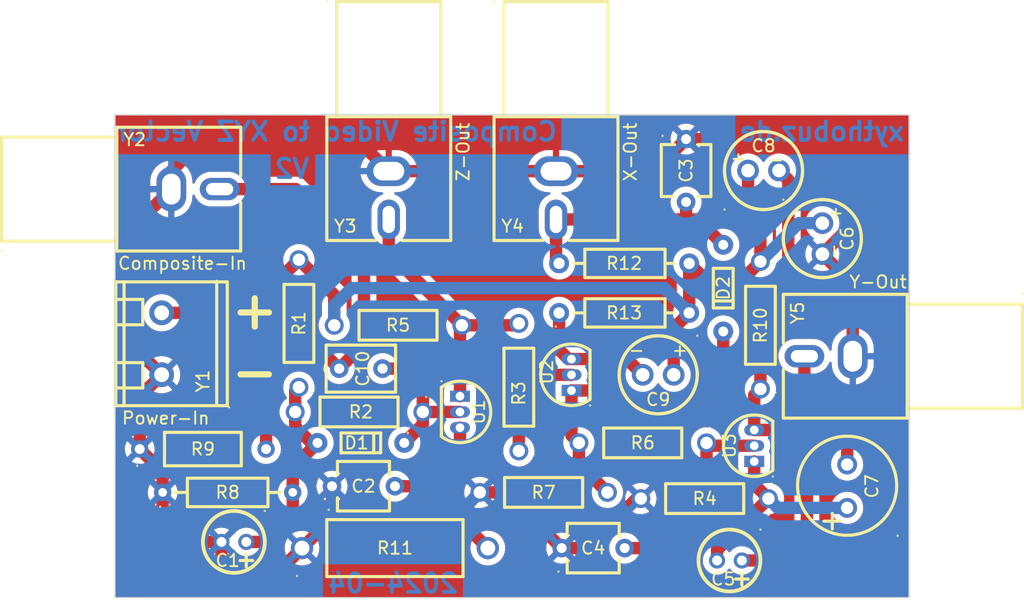
<source format=kicad_pcb>
(kicad_pcb
	(version 20240108)
	(generator "pcbnew")
	(generator_version "8.0")
	(general
		(thickness 1.6)
		(legacy_teardrops no)
	)
	(paper "A4")
	(title_block
		(title "Composite Video to XYZ converter")
		(date "2024-04-27")
		(rev "2")
		(company "xythobuz.de")
	)
	(layers
		(0 "F.Cu" signal)
		(31 "B.Cu" signal)
		(32 "B.Adhes" user "B.Adhesive")
		(33 "F.Adhes" user "F.Adhesive")
		(34 "B.Paste" user)
		(35 "F.Paste" user)
		(36 "B.SilkS" user "B.Silkscreen")
		(37 "F.SilkS" user "F.Silkscreen")
		(38 "B.Mask" user)
		(39 "F.Mask" user)
		(40 "Dwgs.User" user "User.Drawings")
		(41 "Cmts.User" user "User.Comments")
		(42 "Eco1.User" user "User.Eco1")
		(43 "Eco2.User" user "User.Eco2")
		(44 "Edge.Cuts" user)
		(45 "Margin" user)
		(46 "B.CrtYd" user "B.Courtyard")
		(47 "F.CrtYd" user "F.Courtyard")
		(48 "B.Fab" user)
		(49 "F.Fab" user)
		(50 "User.1" user)
		(51 "User.2" user)
		(52 "User.3" user)
		(53 "User.4" user)
		(54 "User.5" user)
		(55 "User.6" user)
		(56 "User.7" user)
		(57 "User.8" user)
		(58 "User.9" user)
	)
	(setup
		(pad_to_mask_clearance 0)
		(allow_soldermask_bridges_in_footprints no)
		(pcbplotparams
			(layerselection 0x00010fc_ffffffff)
			(plot_on_all_layers_selection 0x0000000_00000000)
			(disableapertmacros no)
			(usegerberextensions no)
			(usegerberattributes yes)
			(usegerberadvancedattributes yes)
			(creategerberjobfile yes)
			(dashed_line_dash_ratio 12.000000)
			(dashed_line_gap_ratio 3.000000)
			(svgprecision 4)
			(plotframeref no)
			(viasonmask no)
			(mode 1)
			(useauxorigin no)
			(hpglpennumber 1)
			(hpglpenspeed 20)
			(hpglpendiameter 15.000000)
			(pdf_front_fp_property_popups yes)
			(pdf_back_fp_property_popups yes)
			(dxfpolygonmode yes)
			(dxfimperialunits yes)
			(dxfusepcbnewfont yes)
			(psnegative no)
			(psa4output no)
			(plotreference yes)
			(plotvalue yes)
			(plotfptext yes)
			(plotinvisibletext no)
			(sketchpadsonfab no)
			(subtractmaskfromsilk no)
			(outputformat 1)
			(mirror no)
			(drillshape 1)
			(scaleselection 1)
			(outputdirectory "")
		)
	)
	(net 0 "")
	(net 1 "Net-(C1-Pad1)")
	(net 2 "GND")
	(net 3 "Net-(U1-E)")
	(net 4 "Net-(C3-Pad2)")
	(net 5 "Net-(U3-B)")
	(net 6 "Net-(U3-E)")
	(net 7 "Net-(U3-C)")
	(net 8 "Net-(U1-B)")
	(net 9 "Net-(U2-E)")
	(net 10 "Net-(U2-B)")
	(net 11 "Net-(U1-C)")
	(net 12 "Net-(C7-Pad2)")
	(net 13 "Net-(U2-C)")
	(net 14 "Net-(C10-Pad1)")
	(net 15 "+12V")
	(footprint "jlc_footprints:CAP-TH_BD5.0-P2.00-D0.8-FD" (layer "F.Cu") (at 122.749936 115.770003 180))
	(footprint "jlc_footprints:RES-TH_BD2.4-L6.3-P10.30-D0.6" (layer "F.Cu") (at 160.749936 112.270003 180))
	(footprint "jlc_footprints:CAP-TH_BD5.0-P2.00-D0.8-FD" (layer "F.Cu") (at 162.749936 117.270003 180))
	(footprint "jlc_footprints:CAP-TH_L4.2-W3.8-P5.08-D0.6" (layer "F.Cu") (at 159.249936 85.770003 -90))
	(footprint "jlc_footprints:CAP-TH_L4.2-W3.8-P5.08-D0.6" (layer "F.Cu") (at 151.749936 116.270003))
	(footprint "jlc_footprints:CAP-TH_BD6.3-P2.50-D0.6-FD" (layer "F.Cu") (at 170.249936 91.270003 -90))
	(footprint "jlc_footprints:RES-TH_BD2.4-L6.3-P10.30-D0.6" (layer "F.Cu") (at 145.749936 103.270003 90))
	(footprint "jlc_footprints:DO-34_BD1.6-L3.0-P7.00-D0.6-RD" (layer "F.Cu") (at 133 107.770003 180))
	(footprint "jlc_footprints:CAP-TH_BD6.3-P2.50-D0.6-FD" (layer "F.Cu") (at 156.999872 102.270003 180))
	(footprint "jlc_footprints:RES-TH_BD2.2-L6.5-P10.50-D0.6" (layer "F.Cu") (at 154.249936 97.270003))
	(footprint "jlc_footprints:CAP-TH_L4.2-W3.8-P5.08-D0.6" (layer "F.Cu") (at 133.209931 111.270003))
	(footprint "jlc_footprints:RES-TH_BD2.7-L6.2-P10.20-D0.4" (layer "F.Cu") (at 120.249936 108.270003))
	(footprint "jlc_footprints:RES-TH_BD2.4-L6.3-P10.30-D0.6" (layer "F.Cu") (at 147.749936 111.770003))
	(footprint "jlc_footprints:TO-92-3_L4.9-W3.7-P1.27-L" (layer "F.Cu") (at 141 105.270003 -90))
	(footprint "jlc_footprints:CONN-TH_AV-5" (layer "F.Cu") (at 119.649885 87.270003 -90))
	(footprint "jlc_footprints:TO-92-3_L4.9-W3.7-P1.27-L" (layer "F.Cu") (at 164.749936 108 90))
	(footprint "jlc_footprints:DO-34_BD1.6-L3.0-P7.00-D0.6-RD" (layer "F.Cu") (at 162.249936 95.270003 90))
	(footprint "jlc_footprints:RES-TH_BD4.5-L11.0-P15.00-D0.8" (layer "F.Cu") (at 135.749936 116.270003))
	(footprint "jlc_footprints:CAP-TH_BD8.0-P3.50-D0.6-FD_1" (layer "F.Cu") (at 172.249936 111.270003 90))
	(footprint "jlc_footprints:RES-TH_BD2.4-L6.3-P10.30-D0.6" (layer "F.Cu") (at 132.849886 105.270003 180))
	(footprint "jlc_footprints:TO-92-3_L4.9-W3.7-P1.27-L" (layer "F.Cu") (at 150 102.270003 90))
	(footprint "jlc_footprints:CAP-TH_BD6.3-P2.50-D0.6-FD" (layer "F.Cu") (at 165.5 85.770003))
	(footprint "jlc_footprints:CONN-TH_AV-5" (layer "F.Cu") (at 135.249936 87.770029 180))
	(footprint "jlc_footprints:RES-TH_BD2.4-L6.3-P10.30-D0.6" (layer "F.Cu") (at 165.249936 98.270003 90))
	(footprint "jlc_footprints:RES-TH_BD2.4-L6.3-P10.30-D0.6" (layer "F.Cu") (at 128 98.119889 90))
	(footprint "jlc_footprints:RES-TH_BD2.4-L6.3-P10.30-D0.6" (layer "F.Cu") (at 155.749936 107.770003 180))
	(footprint "jlc_footprints:RES-TH_BD2.3-L6.5-P10.50-D0.5" (layer "F.Cu") (at 122.249936 111.770003))
	(footprint "jlc_footprints:CONN-TH_AV-5" (layer "F.Cu") (at 170.749911 100.770003 90))
	(footprint "jlc_footprints:CAP-TH_L5.5-W3.8-P3.50-D0.6" (layer "F.Cu") (at 133 101.770003))
	(footprint "jlc_footprints:RES-TH_BD2.4-L6.3-P10.30-D0.6" (layer "F.Cu") (at 136 98.270003 180))
	(footprint "jlc_footprints:RES-TH_BD2.2-L6.5-P10.50-D0.6" (layer "F.Cu") (at 154.249936 93.270003))
	(footprint "jlc_footprints:CONN-TH_XY300V-A-5.0-2P" (layer "F.Cu") (at 116.919964 99.763463 90))
	(footprint "jlc_footprints:CONN-TH_AV-5" (layer "F.Cu") (at 148.749936 87.770029 180))
	(gr_rect
		(start 113.14986 81.270003)
		(end 177.249936 120.270003)
		(stroke
			(width 0.1)
			(type default)
		)
		(fill none)
		(layer "Edge.Cuts")
		(uuid "909cd8c0-0136-4c5d-b59b-aee5427766ec")
	)
	(gr_text "V2"
		(at 129 86.5 0)
		(layer "B.Cu")
		(uuid "70b9a640-bef0-4fac-a26d-d9d4c3b67729")
		(effects
			(font
				(size 1.5 1.5)
				(thickness 0.3)
				(bold yes)
			)
			(justify left bottom mirror)
		)
	)
	(gr_text "Composite Video to XYZ Vector"
		(at 149 83.5 0)
		(layer "B.Cu")
		(uuid "9e89382f-0e87-45b1-98f2-bb35cc89025f")
		(effects
			(font
				(size 1.5 1.5)
				(thickness 0.3)
				(bold yes)
			)
			(justify left bottom mirror)
		)
	)
	(gr_text "xythobuz.de"
		(at 177 83.5 0)
		(layer "B.Cu")
		(uuid "ba8b0e7d-ea4c-4c5f-98bb-9f7419ad8de9")
		(effects
			(font
				(size 1.5 1.5)
				(thickness 0.3)
				(bold yes)
			)
			(justify left bottom mirror)
		)
	)
	(gr_text "2024-04"
		(at 141 120 0)
		(layer "B.Cu")
		(uuid "e0252132-5e3b-4d56-a0eb-710dfdadd252")
		(effects
			(font
				(size 1.5 1.5)
				(thickness 0.3)
				(bold yes)
			)
			(justify left bottom mirror)
		)
	)
	(gr_text "-"
		(at 122.249936 103.770003 0)
		(layer "F.SilkS")
		(uuid "719982e9-e431-4187-81f3-920e31b93317")
		(effects
			(font
				(size 3 3)
				(thickness 0.5)
				(bold yes)
			)
			(justify left bottom)
		)
	)
	(gr_text "+"
		(at 122.249936 98.770003 0)
		(layer "F.SilkS")
		(uuid "c24c4664-0e04-421e-96ec-411801863de4")
		(effects
			(font
				(size 3 3)
				(thickness 0.5)
				(bold yes)
			)
			(justify left bottom)
		)
	)
	(segment
		(start 129 107.770003)
		(end 129.5 107.770003)
		(width 1)
		(layer "F.Cu")
		(net 1)
		(uuid "2287397f-ed91-4119-91db-5532e807d5bf")
	)
	(segment
		(start 127.499872 113.520067)
		(end 125.249936 115.770003)
		(width 1)
		(layer "F.Cu")
		(net 1)
		(uuid "25fc25f6-a1b5-42c9-a03a-765cea0779f4")
	)
	(segment
		(start 127.699772 106.469775)
		(end 129 107.770003)
		(width 1)
		(layer "F.Cu")
		(net 1)
		(uuid "6e88c240-10a9-4f4f-8ae7-f7f6ccdb63bd")
	)
	(segment
		(start 127.499872 111.770003)
		(end 127.499872 113.520067)
		(width 1)
		(layer "F.Cu")
		(net 1)
		(uuid "727ceb11-d663-4293-afbb-41a089b6be32")
	)
	(segment
		(start 127.699772 105.270003)
		(end 127.699772 106.469775)
		(width 1)
		(layer "F.Cu")
		(net 1)
		(uuid "82dd5eb4-4080-4866-859b-512e476ebb11")
	)
	(segment
		(start 128 103.270003)
		(end 127.699772 103.570231)
		(width 1)
		(layer "F.Cu")
		(net 1)
		(uuid "b65d6564-81d9-4055-b45a-4270b0dec257")
	)
	(segment
		(start 125.249936 115.770003)
		(end 123.749936 115.770003)
		(width 1)
		(layer "F.Cu")
		(net 1)
		(uuid "b959a2b9-96fd-422b-9e73-2ec887256b07")
	)
	(segment
		(start 127.699772 103.570231)
		(end 127.699772 105.270003)
		(width 1)
		(layer "F.Cu")
		(net 1)
		(uuid "c5cea043-9574-46ab-bd5a-4b9bb7696198")
	)
	(segment
		(start 127.499872 109.770131)
		(end 129.5 107.770003)
		(width 1)
		(layer "F.Cu")
		(net 1)
		(uuid "ca2c612f-f4f4-41c8-9f0a-347cc55853a6")
	)
	(segment
		(start 127.499872 111.770003)
		(end 127.499872 109.770131)
		(width 1)
		(layer "F.Cu")
		(net 1)
		(uuid "f8ac6d85-9630-476a-82fb-1507ed4f7a2a")
	)
	(segment
		(start 116.919964 102.263463)
		(end 114.249936 99.593435)
		(width 1)
		(layer "F.Cu")
		(net 2)
		(uuid "020829e2-beea-499e-989e-aa93e9e30568")
	)
	(segment
		(start 142.599822 111.770003)
		(end 144.709931 111.770003)
		(width 1)
		(layer "F.Cu")
		(net 2)
		(uuid "0267015d-d5a8-4592-a175-e0cb09c826c6")
	)
	(segment
		(start 156.659892 85.820042)
		(end 159.249936 83.229998)
		(width 1)
		(layer "F.Cu")
		(net 2)
		(uuid "07fa5b34-d6d5-4c2e-80e5-201826b360ac")
	)
	(segment
		(start 172.699898 94.969901)
		(end 170.249936 92.519939)
		(width 1)
		(layer "F.Cu")
		(net 2)
		(uuid "0954b3b3-03fb-402c-a773-c53d3f9518fa")
	)
	(segment
		(start 125.749936 118.770003)
		(end 128.249936 116.270003)
		(width 1)
		(layer "F.Cu")
		(net 2)
		(uuid "15212ff7-85d8-4c34-94f1-db562f6cd55e")
	)
	(segment
		(start 169.729998 83.229998)
		(end 173 86.5)
		(width 1)
		(layer "F.Cu")
		(net 2)
		(uuid "1691ad5a-a890-4ec8-9521-fa687ec872c8")
	)
	(segment
		(start 135.249936 85.820042)
		(end 148.749936 85.820042)
		(width 1)
		(layer "F.Cu")
		(net 2)
		(uuid "1f7f61eb-4f28-4fba-a15c-956abc2f017d")
	)
	(segment
		(start 119.249936 115.770003)
		(end 121.749936 115.770003)
		(width 1)
		(layer "F.Cu")
		(net 2)
		(uuid "23590dab-3eed-45fd-936d-b065536ae9bf")
	)
	(segment
		(start 173 86.5)
		(end 173 89.769875)
		(width 1)
		(layer "F.Cu")
		(net 2)
		(uuid "2631e180-cebb-44a2-8577-1e21edb80e88")
	)
	(segment
		(start 130.669926 113.850013)
		(end 128.249936 116.270003)
		(width 1)
		(layer "F.Cu")
		(net 2)
		(uuid "2bbaf9fb-d9a6-4b4c-adbe-6864b75e9324")
	)
	(segment
		(start 114.249936 99.593435)
		(end 114.249936 90.719965)
		(width 1)
		(layer "F.Cu")
		(net 2)
		(uuid "41d38f20-b4ab-4406-8680-1b4922554c85")
	)
	(segment
		(start 144.709931 111.770003)
		(end 149.209931 116.270003)
		(width 1)
		(layer "F.Cu")
		(net 2)
		(uuid "463e5a6c-cccc-4a0c-9389-d7791e2ade95")
	)
	(segment
		(start 132.699897 83.270003)
		(end 135.249936 85.820042)
		(width 1)
		(layer "F.Cu")
		(net 2)
		(uuid "530e4bf2-db58-49b2-9623-048da59893f9")
	)
	(segment
		(start 117.699898 85.820041)
		(end 120.249936 83.270003)
		(width 1)
		(layer "F.Cu")
		(net 2)
		(uuid "613e6854-877d-4641-899c-ce4d85116438")
	)
	(segment
		(start 121.749936 117.270003)
		(end 123.249936 118.770003)
		(width 1)
		(layer "F.Cu")
		(net 2)
		(uuid "65e0bc19-93bf-4a44-b3ee-d9b16bda73f1")
	)
	(segment
		(start 151.249936 116.270003)
		(end 155.249936 112.270003)
		(width 1)
		(layer "F.Cu")
		(net 2)
		(uuid "68bd5d8e-3279-42c2-9240-0ab51a31e0ff")
	)
	(segment
		(start 117.699898 87.270003)
		(end 117.699898 85.820041)
		(width 1)
		(layer "F.Cu")
		(net 2)
		(uuid "6e0fea4e-a61d-4326-b90c-253163f38ca8")
	)
	(segment
		(start 117 110.120143)
		(end 115.14986 108.270003)
		(width 1)
		(layer "F.Cu")
		(net 2)
		(uuid "7639c043-a35c-438b-aa1d-c77753bf8111")
	)
	(segment
		(start 148.749936 85.820042)
		(end 156.659892 85.820042)
		(width 1)
		(layer "F.Cu")
		(net 2)
		(uuid "7f0bcdd7-b59b-4d3c-96d1-b83a85593042")
	)
	(segment
		(start 155.249936 112.270003)
		(end 155.599822 112.270003)
		(width 1)
		(layer "F.Cu")
		(net 2)
		(uuid "8d02f125-9de6-4f2e-9357-7d7f2a4e57b4")
	)
	(segment
		(start 115.14986 104.033567)
		(end 115.14986 108.270003)
		(width 1)
		(layer "F.Cu")
		(net 2)
		(uuid "926add98-c17b-4179-beef-867bd3735f0f")
	)
	(segment
		(start 130.669926 111.270003)
		(end 130.669926 113.850013)
		(width 1)
		(layer "F.Cu")
		(net 2)
		(uuid "96e19949-491a-4ef4-b381-caa478cb3fe5")
	)
	(segment
		(start 116.919964 102.263463)
		(end 115.14986 104.033567)
		(width 1)
		(layer "F.Cu")
		(net 2)
		(uuid "afb222bf-7b52-4176-a50d-97b5334cf295")
	)
	(segment
		(start 173 89.769875)
		(end 170.249936 92.519939)
		(width 1)
		(layer "F.Cu")
		(net 2)
		(uuid "b93b2cc0-493e-4446-8bdb-c4a14e848d2d")
	)
	(segment
		(start 117 111.770003)
		(end 117 110.120143)
		(width 1)
		(layer "F.Cu")
		(net 2)
		(uuid "b9f11575-2f96-448f-bbf8-760f844d770c")
	)
	(segment
		(start 117 111.770003)
		(end 117 113.520067)
		(width 1)
		(layer "F.Cu")
		(net 2)
		(uuid "bfe117e0-91af-4f15-9485-56545d5652a3")
	)
	(segment
		(start 121.749936 115.770003)
		(end 121.749936 117.270003)
		(width 1)
		(layer "F.Cu")
		(net 2)
		(uuid "c4c88f32-2c1c-452d-bcf3-3c3d68f575e6")
	)
	(segment
		(start 120.249936 83.270003)
		(end 132.699897 83.270003)
		(width 1)
		(layer "F.Cu")
		(net 2)
		(uuid "c9bd7ddc-61f3-4e80-8efe-e65a27b34566")
	)
	(segment
		(start 114.249936 90.719965)
		(end 117.699898 87.270003)
		(width 1)
		(layer "F.Cu")
		(net 2)
		(uuid "d3de630f-0de4-46e3-8189-5ced367793c3")
	)
	(segment
		(start 149.209931 116.270003)
		(end 151.249936 116.270003)
		(width 1)
		(layer "F.Cu")
		(net 2)
		(uuid "d4624ed7-b893-4e06-a452-492956a7f976")
	)
	(segment
		(start 172.699898 100.770003)
		(end 172.699898 94.969901)
		(width 1)
		(layer "F.Cu")
		(net 2)
		(uuid "e37a7c0c-7455-4aab-beff-25ff737328cd")
	)
	(segment
		(start 159.249936 83.229998)
		(end 169.729998 83.229998)
		(width 1)
		(layer "F.Cu")
		(net 2)
		(uuid "f42d6ca8-eaa1-41e4-9d7b-12539dccc46f")
	)
	(segment
		(start 117 113.520067)
		(end 119.249936 115.770003)
		(width 1)
		(layer "F.Cu")
		(net 2)
		(uuid "fb000dae-0177-4ba6-9e5a-8e7e1073ad52")
	)
	(segment
		(start 123.249936 118.770003)
		(end 125.749936 118.770003)
		(width 1)
		(layer "F.Cu")
		(net 2)
		(uuid "fbe7c95e-df7c-4640-95fd-215b43120b71")
	)
	(segment
		(start 132.249936 114.270003)
		(end 140.099822 114.270003)
		(width 1)
		(layer "B.Cu")
		(net 2)
		(uuid "52e06edf-560d-46a9-bdc4-139151256f9c")
	)
	(segment
		(start 140.099822 114.270003)
		(end 142.599822 111.770003)
		(width 1)
		(layer "B.Cu")
		(net 2)
		(uuid "8b479ae2-3f66-498b-8065-4564104333db")
	)
	(segment
		(start 130.669926 112.689993)
		(end 132.249936 114.270003)
		(width 1)
		(layer "B.Cu")
		(net 2)
		(uuid "a4bd7871-1e08-4f34-bbd1-cd7aac9b4cc5")
	)
	(segment
		(start 130.669926 111.270003)
		(end 130.669926 112.689993)
		(width 1)
		(layer "B.Cu")
		(net 2)
		(uuid "f3ce0c0c-984c-430c-87d9-099a31da87f8")
	)
	(segment
		(start 141 109.519939)
		(end 139.249936 111.270003)
		(width 1)
		(layer "F.Cu")
		(net 3)
		(uuid "0f81b1ce-2e8b-493b-a18a-cde6576655ac")
	)
	(segment
		(start 139.249936 111.270003)
		(end 135.749936 111.270003)
		(width 1)
		(layer "F.Cu")
		(net 3)
		(uuid "1304e644-5665-44d8-891a-04887230bd3b")
	)
	(segment
		(start 143.249936 116.270003)
		(end 139.249936 112.270003)
		(width 1)
		(layer "F.Cu")
		(net 3)
		(uuid "1c0c974f-04c5-4554-a4b8-052ed94b2a00")
	)
	(segment
		(start 139.249936 112.270003)
		(end 139.249936 111.270003)
		(width 1)
		(layer "F.Cu")
		(net 3)
		(uuid "5e8ec663-c56c-4150-9fe7-2e609199d4fb")
	)
	(segment
		(start 141 106.540006)
		(end 141 109.519939)
		(width 1)
		(layer "F.Cu")
		(net 3)
		(uuid "b29e59cc-3944-404c-9d3d-e6d67ae3b592")
	)
	(segment
		(start 162.249936 91.770003)
		(end 160.199975 89.720042)
		(width 1)
		(layer "F.Cu")
		(net 4)
		(uuid "13743475-93ed-4b94-a052-6e04fba703cb")
	)
	(segment
		(start 159.249936 89.720042)
		(end 148.749936 89.720042)
		(width 1)
		(layer "F.Cu")
		(net 4)
		(uuid "4f9e20a5-d340-4af2-8371-664233c25523")
	)
	(segment
		(start 159.249936 88.310008)
		(end 159.249936 89.720042)
		(width 1)
		(layer "F.Cu")
		(net 4)
		(uuid "656a0d92-3ce9-4c08-be2d-8c69d2f85a2d")
	)
	(segment
		(start 148.749936 93.020067)
		(end 148.999872 93.270003)
		(width 1)
		(layer "F.Cu")
		(net 4)
		(uuid "9240d32a-901e-48d5-a525-3d64e17f3f33")
	)
	(segment
		(start 148.749936 89.720042)
		(end 148.749936 93.020067)
		(width 1)
		(layer "F.Cu")
		(net 4)
		(uuid "e64bd612-3299-4aea-aad5-b667ed5667dd")
	)
	(segment
		(start 160.199975 89.720042)
		(end 159.249936 89.720042)
		(width 1)
		(layer "F.Cu")
		(net 4)
		(uuid "f2b18299-ff2e-4d01-8fce-74f2c8a20027")
	)
	(segment
		(start 160.90005 111.619889)
		(end 156.249936 116.270003)
		(width 1)
		(layer "F.Cu")
		(net 5)
		(uuid "4feae303-64cb-4cf6-a912-2bced1ffaeac")
	)
	(segment
		(start 156.249936 116.270003)
		(end 154.289941 116.270003)
		(width 1)
		(layer "F.Cu")
		(net 5)
		(uuid "86974930-b2de-4a59-802d-9cc1e2efd6fc")
	)
	(segment
		(start 164.749936 108)
		(end 161.130047 108)
		(width 1)
		(layer "F.Cu")
		(net 5)
		(uuid "a0619729-f3c2-4696-afed-f78a20e3cbf8")
	)
	(segment
		(start 161.130047 108)
		(end 160.90005 107.770003)
		(width 1)
		(layer "F.Cu")
		(net 5)
		(uuid "e6416fbe-9e02-4ad9-9f43-4809b1748ec2")
	)
	(segment
		(start 160.90005 107.770003)
		(end 160.90005 111.619889)
		(width 1)
		(layer "F.Cu")
		(net 5)
		(uuid "f428e47d-b3a0-415f-8d2e-7dc68a8a7cd4")
	)
	(segment
		(start 165.249936 97.250064)
		(end 167.5 95)
		(width 1)
		(layer "F.Cu")
		(net 6)
		(uuid "07bd11d0-afba-4e6c-81f6-aefc4876a46d")
	)
	(segment
		(start 164.749936 103.920117)
		(end 165.249936 103.420117)
		(width 1)
		(layer "F.Cu")
		(net 6)
		(uuid "0edf3fd6-5057-481d-b7d1-4e47ef46b80b")
	)
	(segment
		(start 167.5 95)
		(end 167.5 86.520067)
		(width 1)
		(layer "F.Cu")
		(net 6)
		(uuid "361bf6c4-dae5-4664-8dfd-03651eb8b304")
	)
	(segment
		(start 165.249936 103.420117)
		(end 165.249936 97.250064)
		(width 1)
		(layer "F.Cu")
		(net 6)
		(uuid "37b72965-6671-47b0-acc7-7e853172accd")
	)
	(segment
		(start 166.50993 106.729997)
		(end 169 109.220067)
		(width 1)
		(layer "F.Cu")
		(net 6)
		(uuid "4fc06be2-86ba-46fa-9d22-468bc0edd659")
	)
	(segment
		(start 164.749936 106.729997)
		(end 164.749936 103.920117)
		(width 1)
		(layer "F.Cu")
		(net 6)
		(uuid "63d6634e-3f75-4b7f-8dc7-1b4acb8d1769")
	)
	(segment
		(start 169 109.220067)
		(end 169 115)
		(width 1)
		(layer "F.Cu")
		(net 6)
		(uuid "81105b99-9bfd-4bda-bc75-2dc611983d22")
	)
	(segment
		(start 164.749936 106.729997)
		(end 166.50993 106.729997)
		(width 1)
		(layer "F.Cu")
		(net 6)
		(uuid "a8e7b997-8b59-44a5-a623-17dfc410e678")
	)
	(segment
		(start 167.5 86.520067)
		(end 166.749936 85.770003)
		(width 1)
		(layer "F.Cu")
		(net 6)
		(uuid "aefada94-c653-4631-8605-79c093ee2555")
	)
	(segment
		(start 169 115)
		(end 166.729997 117.270003)
		(width 1)
		(layer "F.Cu")
		(net 6)
		(uuid "b87b7949-4b31-4e09-90d1-22f04a734f7c")
	)
	(segment
		(start 166.729997 117.270003)
		(end 163.749936 117.270003)
		(width 1)
		(layer "F.Cu")
		(net 6)
		(uuid "f5fa5146-9e49-4fdd-917c-86bb0e4c2ee9")
	)
	(segment
		(start 161.749936 117.270003)
		(end 161.749936 116.420117)
		(width 1)
		(layer "F.Cu")
		(net 7)
		(uuid "0ea46186-a53d-42d6-9281-e41b6ec24259")
	)
	(segment
		(start 164.749936 109.270003)
		(end 164.749936 111.119889)
		(width 1)
		(layer "F.Cu")
		(net 7)
		(uuid "75019dae-28b3-4f09-ae6c-7fe323d47a42")
	)
	(segment
		(start 161.749936 116.420117)
		(end 165.90005 112.270003)
		(width 1)
		(layer "F.Cu")
		(net 7)
		(uuid "e006d8c8-6981-4592-a7c2-978f4af2d98e")
	)
	(segment
		(start 164.749936 111.119889)
		(end 165.90005 112.270003)
		(width 1)
		(layer "F.Cu")
		(net 7)
		(uuid "e5fbbd1e-727b-4c6c-8e14-58a3cafb150a")
	)
	(segment
		(start 172.249936 113.020067)
		(end 166.650114 113.020067)
		(width 1)
		(layer "B.Cu")
		(net 7)
		(uuid "358c00fa-bb96-4157-bd9d-0106e6105a90")
	)
	(segment
		(start 166.650114 113.020067)
		(end 165.90005 112.270003)
		(width 1)
		(layer "B.Cu")
		(net 7)
		(uuid "9ed76135-153c-4ecb-ad99-3b7d5c7127df")
	)
	(segment
		(start 138 106.270003)
		(end 138 105.270003)
		(width 1)
		(layer "F.Cu")
		(net 8)
		(uuid "2411db3e-ba4b-410c-93dd-497a8e9db56a")
	)
	(segment
		(start 138 103.270003)
		(end 136.5 101.770003)
		(width 1)
		(layer "F.Cu")
		(net 8)
		(uuid "259e2c56-66b5-40a4-a37f-ceff74f328a3")
	)
	(segment
		(start 141 105.270003)
		(end 138 105.270003)
		(width 1)
		(layer "F.Cu")
		(net 8)
		(uuid "403fbdde-1077-4c3c-b0af-90054a6b00d9")
	)
	(segment
		(start 136.5 101.770003)
		(end 134.750064 101.770003)
		(width 1)
		(layer "F.Cu")
		(net 8)
		(uuid "6fb0fa79-3bdc-48e0-989d-1014f0f1d5b9")
	)
	(segment
		(start 138 105.270003)
		(end 138 103.270003)
		(width 1)
		(layer "F.Cu")
		(net 8)
		(uuid "a37b047d-8f62-4394-8ab9-6b008f77a2b9")
	)
	(segment
		(start 136.5 107.770003)
		(end 138 106.270003)
		(width 1)
		(layer "F.Cu")
		(net 8)
		(uuid "ad82ddb7-7634-4ba2-8951-9e97eec0b7ed")
	)
	(segment
		(start 148.999872 97.270003)
		(end 148.999872 100.249936)
		(width 1)
		(layer "F.Cu")
		(net 9)
		(uuid "31f5114e-5ad5-4efd-9050-e5458e01a0a5")
	)
	(segment
		(start 155.749936 102.270003)
		(end 154.479933 101)
		(width 1)
		(layer "F.Cu")
		(net 9)
		(uuid "794c2bde-9d6f-448c-b5ed-7b6d1a660e07")
	)
	(segment
		(start 150 101)
		(end 149.749936 101)
		(width 1)
		(layer "F.Cu")
		(net 9)
		(uuid "ade693e3-5116-42cb-9504-fe5b6092fa36")
	)
	(segment
		(start 149.749936 101)
		(end 148.999872 100.249936)
		(width 1)
		(layer "F.Cu")
		(net 9)
		(uuid "c08d50fa-cfa7-4bb4-90a2-3e72fd2385f7")
	)
	(segment
		(start 150 101)
		(end 154.479933 101)
		(width 1)
		(layer "F.Cu")
		(net 9)
		(uuid "de9bff0f-40fa-4934-bde1-210c2927d075")
	)
	(segment
		(start 145.749936 103.270003)
		(end 145.749936 108.420117)
		(width 1)
		(layer "F.Cu")
		(net 10)
		(uuid "272161c2-fb71-4da1-a954-fba802ca58c7")
	)
	(segment
		(start 146.749936 102.270003)
		(end 145.749936 103.270003)
		(width 1)
		(layer "F.Cu")
		(net 10)
		(uuid "5b8e9283-3274-46ac-a392-d1d11ce3bd3a")
	)
	(segment
		(start 150 102.270003)
		(end 146.749936 102.270003)
		(width 1)
		(layer "F.Cu")
		(net 10)
		(uuid "96fff74f-fcb2-43f1-86fd-7d6809278ed6")
	)
	(segment
		(start 141 104)
		(end 141 98.420117)
		(width 1)
		(layer "F.Cu")
		(net 11)
		(uuid "0c16494e-5e78-4a05-a9d5-b6aa607319a3")
	)
	(segment
		(start 135.249936 92.369825)
		(end 135.249936 89.720042)
		(width 1)
		(layer "F.Cu")
		(net 11)
		(uuid "0c40efb5-9b94-4bef-9d39-3cdb25d8d85d")
	)
	(segment
		(start 141 98.420117)
		(end 141.150114 98.270003)
		(width 1)
		(layer "F.Cu")
		(net 11)
		(uuid "425b7b62-53f1-4d78-81da-876b24a2b289")
	)
	(segment
		(start 145.599822 98.270003)
		(end 145.749936 98.119889)
		(width 1)
		(layer "F.Cu")
		(net 11)
		(uuid "4abcd57f-f8f7-4841-a022-5674045639ab")
	)
	(segment
		(start 141.150114 98.270003)
		(end 135.249936 92.369825)
		(width 1)
		(layer "F.Cu")
		(net 11)
		(uuid "ac202bc5-4666-4619-949d-6a3762b98fd8")
	)
	(segment
		(start 141.150114 98.270003)
		(end 145.599822 98.270003)
		(width 1)
		(layer "F.Cu")
		(net 11)
		(uuid "df8fcb64-41cd-43a0-9ad3-447227184f96")
	)
	(segment
		(start 172.249936 109.519939)
		(end 172.249936 107.249936)
		(width 1)
		(layer "F.Cu")
		(net 12)
		(uuid "245adcad-1614-43eb-a323-3056b00eb496")
	)
	(segment
		(start 168.799898 103.799898)
		(end 168.799898 100.770003)
		(width 1)
		(layer "F.Cu")
		(net 12)
		(uuid "e6e9ad9a-d6c8-4e1a-9797-18072c985978")
	)
	(segment
		(start 172.249936 107.249936)
		(end 168.799898 103.799898)
		(width 1)
		(layer "F.Cu")
		(net 12)
		(uuid "ec3b22b1-cfbe-4f0e-a42d-874e80856c90")
	)
	(segment
		(start 153.749936 104.770003)
		(end 160.749936 104.770003)
		(width 1)
		(layer "F.Cu")
		(net 13)
		(uuid "178a92bf-6c19-4b87-9c19-c06a03b154c8")
	)
	(segment
		(start 150 103.540006)
		(end 150 107.170181)
		(width 1)
		(layer "F.Cu")
		(net 13)
		(uuid "5834a45f-b7a3-4175-bcff-3719aa668e4c")
	)
	(segment
		(start 162.249936 103.270003)
		(end 162.249936 98.770003)
		(width 1)
		(layer "F.Cu")
		(net 13)
		(uuid "588682ac-f2bd-4a41-aef0-113873ec7590")
	)
	(segment
		(start 160.749936 104.770003)
		(end 162.249936 103.270003)
		(width 1)
		(layer "F.Cu")
		(net 13)
		(uuid "632593b1-2c5f-4cb0-9cb4-a51ead253e86")
	)
	(segment
		(start 152.519939 103.540006)
		(end 153.749936 104.770003)
		(width 1)
		(layer "F.Cu")
		(net 13)
		(uuid "a33a23f2-d4af-4d8b-b434-4044a0e68796")
	)
	(segment
		(start 150 107.170181)
		(end 150.599822 107.770003)
		(width 1)
		(layer "F.Cu")
		(net 13)
		(uuid "ae7dc16a-00ef-4f9c-acdc-1eaf046fbbed")
	)
	(segment
		(start 150.599822 109.469775)
		(end 152.90005 111.770003)
		(width 1)
		(layer "F.Cu")
		(net 13)
		(uuid "b766d942-2c3e-4e39-838d-980056195aa6")
	)
	(segment
		(start 150 103.540006)
		(end 152.519939 103.540006)
		(width 1)
		(layer "F.Cu")
		(net 13)
		(uuid "f04422f7-d611-412c-8944-19b1872110dd")
	)
	(segment
		(start 150.599822 107.770003)
		(end 150.599822 109.469775)
		(width 1)
		(layer "F.Cu")
		(net 13)
		(uuid "f72e46e1-fe07-4646-b3b6-f544ae4dcb53")
	)
	(segment
		(start 121.599898 87.270003)
		(end 127.749936 87.270003)
		(width 1)
		(layer "F.Cu")
		(net 14)
		(uuid "0261e7bf-eb6d-4e62-b126-d74d5e6af875")
	)
	(segment
		(start 133.249936 99.770003)
		(end 131.249936 101.770003)
		(width 1)
		(layer "F.Cu")
		(net 14)
		(uuid "15d5f7a7-ecf6-458f-8f04-5cb6541281ec")
	)
	(segment
		(start 127.249936 100.770003)
		(end 125.350012 102.669927)
		(width 1)
		(layer "F.Cu")
		(net 14)
		(uuid "4b300eea-c392-457f-bb5f-598fb7b1e600")
	)
	(segment
		(start 127.749936 87.270003)
		(end 133.249936 92.770003)
		(width 1)
		(layer "F.Cu")
		(net 14)
		(uuid "4ff14a8e-c715-4610-bf2d-d2c2533a4e14")
	)
	(segment
		(start 133.249936 92.770003)
		(end 133.249936 99.770003)
		(width 1)
		(layer "F.Cu")
		(net 14)
		(uuid "51bdc6a2-16e7-48fb-85b1-531b38ba77f2")
	)
	(segment
		(start 125.350012 102.669927)
		(end 125.350012 108.270003)
		(width 1)
		(layer "F.Cu")
		(net 14)
		(uuid "83f20ff6-3fb0-457a-83f6-dc582b2c1c01")
	)
	(segment
		(start 130.249936 100.770003)
		(end 127.249936 100.770003)
		(width 1)
		(layer "F.Cu")
		(net 14)
		(uuid "eb289018-41ae-4eb5-a882-4a2628987c61")
	)
	(segment
		(start 131.249936 101.770003)
		(end 130.249936 100.770003)
		(width 1)
		(layer "F.Cu")
		(net 14)
		(uuid "f2cb1012-443a-427b-be34-afbb05a8cadd")
	)
	(segment
		(start 128 92.969775)
		(end 123.706312 97.263463)
		(width 1)
		(layer "F.Cu")
		(net 15)
		(uuid "034c3acd-89d9-49b5-a00b-8281b256208f")
	)
	(segment
		(start 130.849886 95.819661)
		(end 128 92.969775)
		(width 1)
		(layer "F.Cu")
		(net 15)
		(uuid "1f8ee417-1bd8-4eb6-aa26-9a70d2370c1c")
	)
	(segment
		(start 164.099822 94.270003)
		(end 160.5 94.270003)
		(width 1)
		(layer "F.Cu")
		(net 15)
		(uuid "38bf66fb-4871-49f6-9097-d8db6aa13815")
	)
	(segment
		(start 159.5 93.270003)
		(end 159.5 97.270003)
		(width 1)
		(layer "F.Cu")
		(net 15)
		(uuid "4018cd0b-38b1-4ae4-988c-fb71e9ccab71")
	)
	(segment
		(start 123.706312 97.263463)
		(end 116.919964 97.263463)
		(width 1)
		(layer "F.Cu")
		(net 15)
		(uuid "42b73559-514a-400a-8b32-82c5c516fc81")
	)
	(segment
		(start 164.250064 89.250064)
		(end 165.249936 90.249936)
		(width 1)
		(layer "F.Cu")
		(net 15)
		(uuid "485a8b8f-11f4-4dab-beb3-4b863b6a02d8")
	)
	(segment
		(start 160.5 94.270003)
		(end 159.5 93.270003)
		(width 1)
		(layer "F.Cu")
		(net 15)
		(uuid "6fb823b2-9a90-4ed6-84cf-f28f35be7ae3")
	)
	(segment
		(start 130.849886 98.270003)
		(end 130.849886 95.819661)
		(width 1)
		(layer "F.Cu")
		(net 15)
		(uuid "7e37659a-d1e3-42f1-934a-a5bcd096d4bf")
	)
	(segment
		(start 165.249936 93.119889)
		(end 164.099822 94.270003)
		(width 1)
		(layer "F.Cu")
		(net 15)
		(uuid "82351ea9-27bc-4ceb-a8ab-1d4994619ea2")
	)
	(segment
		(start 165.249936 90.249936)
		(end 165.249936 93.119889)
		(width 1)
		(layer "F.Cu")
		(net 15)
		(uuid "a6558168-b245-4236-881c-2d32f45481e8")
	)
	(segment
		(start 164.250064 85.770003)
		(end 164.250064 89.250064)
		(width 1)
		(layer "F.Cu")
		(net 15)
		(uuid "c0a7ff1e-0722-498f-b6d4-d8b24a3a1f5e")
	)
	(segment
		(start 158.249808 102.270003)
		(end 158.249808 98.520195)
		(width 1)
		(layer "F.Cu")
		(net 15)
		(uuid "d316ee6c-4d4e-44f0-9ccc-96485075bd06")
	)
	(segment
		(start 158.249808 98.520195)
		(end 159.5 97.270003)
		(width 1)
		(layer "F.Cu")
		(net 15)
		(uuid "e81b3717-d871-4841-ad1e-1ff655e56ddc")
	)
	(segment
		(start 130.849886 96.670053)
		(end 132.249936 95.270003)
		(width 1)
		(layer "B.Cu")
		(net 15)
		(uuid "3a4fda45-9319-444c-92be-bedbc24ec467")
	)
	(segment
		(start 170.249936 90.020067)
		(end 168.349758 90.020067)
		(width 1)
		(layer "B.Cu")
		(net 15)
		(uuid "60fe6e22-133d-44cb-bf26-14a281efc9a3")
	)
	(segment
		(start 157.5 95.270003)
		(end 159.5 97.270003)
		(width 1)
		(layer "B.Cu")
		(net 15)
		(uuid "ab36b9dc-1853-48cb-b13c-5ecbbce1fb3a")
	)
	(segment
		(start 132.249936 95.270003)
		(end 157.5 95.270003)
		(width 1)
		(layer "B.Cu")
		(net 15)
		(uuid "ac884faa-0da1-4a5f-8560-947b704c0764")
	)
	(segment
		(start 130.849886 98.270003)
		(end 130.849886 96.670053)
		(width 1)
		(layer "B.Cu")
		(net 15)
		(uuid "c9cde9c4-4546-4d09-897d-9e9bd517c2c5")
	)
	(segment
		(start 168.349758 90.020067)
		(end 165.249936 93.119889)
		(width 1)
		(layer "B.Cu")
		(net 15)
		(uuid "d2ba6e6e-f376-4a47-9959-cd7310df9c68")
	)
	(zone
		(net 2)
		(net_name "GND")
		(layers "F&B.Cu")
		(uuid "5302c0d0-b373-4f8f-b17a-72c71b4f1263")
		(name "GND")
		(hatch edge 0.5)
		(connect_pads
			(clearance 0.5)
		)
		(min_thickness 0.2)
		(filled_areas_thickness no)
		(fill yes
			(thermal_gap 0.5)
			(thermal_bridge_width 0.5)
			(smoothing chamfer)
			(island_removal_mode 1)
			(island_area_min 10)
		)
		(polygon
			(pts
				(xy 113 81) (xy 177.5 81) (xy 177.5 120.5) (xy 113 120.5)
			)
		)
		(filled_polygon
			(layer "F.Cu")
			(island)
			(pts
				(xy 166.21944 107.854427) (xy 167.970504 109.605491) (xy 167.998281 109.660008) (xy 167.9995 109.675495)
				(xy 167.9995 114.544572) (xy 167.980593 114.602763) (xy 167.970504 114.614576) (xy 166.344573 116.240507)
				(xy 166.290056 116.268284) (xy 166.274569 116.269503) (xy 164.347708 116.269503) (xy 164.295591 116.254674)
				(xy 164.276629 116.242933) (xy 164.264957 116.235706) (xy 164.264955 116.235705) (xy 164.066134 116.158682)
				(xy 164.066133 116.158681) (xy 164.066131 116.158681) (xy 163.856546 116.119503) (xy 163.704478 116.119503)
				(xy 163.646287 116.100596) (xy 163.610323 116.051096) (xy 163.610323 115.98991) (xy 163.634474 115.950499)
				(xy 164.830299 114.754674) (xy 166.036319 113.548653) (xy 166.090834 113.520878) (xy 166.097676 113.520037)
				(xy 166.120119 113.518074) (xy 166.3335 113.460898) (xy 166.533712 113.367538) (xy 166.71467 113.24083)
				(xy 166.870877 113.084623) (xy 166.997585 112.903665) (xy 167.090945 112.703453) (xy 167.148121 112.490072)
				(xy 167.14813 112.489976) (xy 167.167374 112.270006) (xy 167.167374 112.269999) (xy 167.148122 112.049941)
				(xy 167.148121 112.049938) (xy 167.148121 112.049934) (xy 167.090945 111.836553) (xy 166.997585 111.636341)
				(xy 166.870877 111.455383) (xy 166.71467 111.299176) (xy 166.714666 111.299173) (xy 166.714665 111.299172)
				(xy 166.53434 111.172908) (xy 166.533712 111.172468) (xy 166.3335 111.079108) (xy 166.120119 111.021932)
				(xy 166.113151 111.021322) (xy 166.097688 111.019969) (xy 166.041368 110.996059) (xy 166.036317 110.99135)
				(xy 165.779432 110.734465) (xy 165.751655 110.679948) (xy 165.750436 110.664461) (xy 165.750436 110.244669)
				(xy 165.769343 110.186478) (xy 165.790107 110.165416) (xy 165.803281 110.155554) (xy 165.907482 110.077549)
				(xy 165.993732 109.962334) (xy 166.044027 109.827486) (xy 166.050436 109.767876) (xy 166.050435 108.772131)
				(xy 166.044027 108.71252) (xy 166.020795 108.650231) (xy 165.993733 108.577673) (xy 165.960395 108.533139)
				(xy 165.940658 108.475224) (xy 165.948184 108.435924) (xy 165.95473 108.42012) (xy 166.013909 108.277251)
				(xy 166.050436 108.093616) (xy 166.050436 107.924431) (xy 166.069343 107.86624) (xy 166.118843 107.830276)
				(xy 166.180029 107.830276)
			)
		)
		(filled_polygon
			(layer "F.Cu")
			(island)
			(pts
				(xy 154.082696 102.019407) (xy 154.094509 102.029496) (xy 154.347189 102.282176) (xy 154.374966 102.336693)
				(xy 154.375847 102.344004) (xy 154.388539 102.497178) (xy 154.408723 102.57688) (xy 154.4445 102.71816)
				(xy 154.490301 102.822574) (xy 154.536068 102.926914) (xy 154.536069 102.926915) (xy 154.568165 102.976042)
				(xy 154.660747 103.117752) (xy 154.815135 103.285461) (xy 154.815138 103.285464) (xy 154.995027 103.425477)
				(xy 155.195508 103.533972) (xy 155.320459 103.576867) (xy 155.369357 103.613644) (xy 155.387299 103.67214)
				(xy 155.367433 103.73001) (xy 155.317345 103.765151) (xy 155.288313 103.769503) (xy 154.205365 103.769503)
				(xy 154.147174 103.750596) (xy 154.135361 103.740507) (xy 153.297079 102.902226) (xy 153.297079 102.902225)
				(xy 153.157729 102.762874) (xy 153.157724 102.76287) (xy 153.157721 102.762867) (xy 152.993853 102.653374)
				(xy 152.993854 102.653374) (xy 152.993852 102.653373) (xy 152.855134 102.595915) (xy 152.855133 102.595914)
				(xy 152.811775 102.577955) (xy 152.656868 102.547142) (xy 152.61848 102.539506) (xy 151.386146 102.539506)
				(xy 151.327955 102.520599) (xy 151.291991 102.471099) (xy 151.289048 102.421192) (xy 151.293733 102.39764)
				(xy 151.3005 102.363619) (xy 151.3005 102.176387) (xy 151.289048 102.118813) (xy 151.29624 102.058053)
				(xy 151.337772 102.013123) (xy 151.386146 102.0005) (xy 154.024505 102.0005)
			)
		)
		(filled_polygon
			(layer "F.Cu")
			(island)
			(pts
				(xy 157.07698 102.990621) (xy 157.082752 102.998565) (xy 157.160619 103.117752) (xy 157.315007 103.285461)
				(xy 157.31501 103.285464) (xy 157.494899 103.425477) (xy 157.69538 103.533972) (xy 157.820331 103.576867)
				(xy 157.869229 103.613644) (xy 157.887171 103.67214) (xy 157.867305 103.73001) (xy 157.817217 103.765151)
				(xy 157.788185 103.769503) (xy 156.211559 103.769503) (xy 156.153368 103.750596) (xy 156.117404 103.701096)
				(xy 156.117404 103.63991) (xy 156.153368 103.59041) (xy 156.179411 103.576868) (xy 156.304364 103.533972)
				(xy 156.504845 103.425477) (xy 156.684734 103.285464) (xy 156.839124 103.117752) (xy 156.916992 102.998564)
				(xy 156.964648 102.96019) (xy 157.025758 102.957156)
			)
		)
		(filled_polygon
			(layer "F.Cu")
			(island)
			(pts
				(xy 165.577108 86.490621) (xy 165.58288 86.498565) (xy 165.660747 86.617752) (xy 165.774469 86.741286)
				(xy 165.815138 86.785464) (xy 165.995027 86.925477) (xy 166.14255 87.005312) (xy 166.169695 87.020003)
				(xy 166.195508 87.033972) (xy 166.411112 87.107989) (xy 166.411116 87.107989) (xy 166.411117 87.10799)
				(xy 166.416793 87.108937) (xy 166.471079 87.137164) (xy 166.498406 87.191907) (xy 166.4995 87.206587)
				(xy 166.4995 92.389359) (xy 166.480593 92.44755) (xy 166.431093 92.483514) (xy 166.369907 92.483514)
				(xy 166.320407 92.44755) (xy 166.319404 92.446143) (xy 166.26834 92.373215) (xy 166.250436 92.316431)
				(xy 166.250436 90.353377) (xy 166.250437 90.353356) (xy 166.250437 90.151397) (xy 166.250436 90.151393)
				(xy 166.225733 90.027204) (xy 166.211988 89.958101) (xy 166.136568 89.776022) (xy 166.027076 89.612155)
				(xy 165.27956 88.864639) (xy 165.251783 88.810122) (xy 165.250564 88.794635) (xy 165.250564 86.752721)
				(xy 165.269471 86.69453) (xy 165.276729 86.685669) (xy 165.339249 86.617755) (xy 165.339248 86.617755)
				(xy 165.339252 86.617752) (xy 165.41712 86.498564) (xy 165.464776 86.46019) (xy 165.525886 86.457156)
			)
		)
		(filled_polygon
			(layer "F.Cu")
			(island)
			(pts
				(xy 126.739953 102.791648) (xy 126.783218 102.834913) (xy 126.792789 102.895345) (xy 126.790635 102.905481)
				(xy 126.751927 103.049941) (xy 126.732676 103.269999) (xy 126.732676 103.270002) (xy 126.733495 103.27937)
				(xy 126.731969 103.307307) (xy 126.699272 103.471686) (xy 126.699272 104.466545) (xy 126.681368 104.523328)
				(xy 126.602239 104.636337) (xy 126.602236 104.636341) (xy 126.539237 104.771446) (xy 126.497508 104.816194)
				(xy 126.437447 104.827869) (xy 126.381994 104.802011) (xy 126.352331 104.748497) (xy 126.350512 104.729607)
				(xy 126.350512 103.125355) (xy 126.369419 103.067164) (xy 126.379508 103.055352) (xy 126.625004 102.809855)
				(xy 126.679521 102.782077)
			)
		)
		(filled_polygon
			(layer "F.Cu")
			(pts
				(xy 177.209127 81.28891) (xy 177.245091 81.33841) (xy 177.249936 81.369003) (xy 177.249936 120.171003)
				(xy 177.231029 120.229194) (xy 177.181529 120.265158) (xy 177.150936 120.270003) (xy 113.24886 120.270003)
				(xy 113.190669 120.251096) (xy 113.154705 120.201596) (xy 113.14986 120.171003) (xy 113.14986 112.776883)
				(xy 116.346672 112.776883) (xy 116.462813 112.848796) (xy 116.462819 112.848799) (xy 116.6702 112.929139)
				(xy 116.888804 112.970003) (xy 117.111196 112.970003) (xy 117.329799 112.929139) (xy 117.53718 112.848799)
				(xy 117.537181 112.848799) (xy 117.653326 112.776883) (xy 116.999999 112.123556) (xy 116.346672 112.776883)
				(xy 113.14986 112.776883) (xy 113.14986 111.770003) (xy 115.794859 111.770003) (xy 115.815379 111.991448)
				(xy 115.876239 112.20535) (xy 115.975364 112.40442) (xy 115.975369 112.404429) (xy 115.991138 112.425309)
				(xy 116.600364 111.816083) (xy 116.649987 111.816083) (xy 116.67384 111.905103) (xy 116.71992 111.984916)
				(xy 116.785087 112.050083) (xy 116.8649 112.096163) (xy 116.95392 112.120016) (xy 117.04608 112.120016)
				(xy 117.1351 112.096163) (xy 117.214913 112.050083) (xy 117.28008 111.984916) (xy 117.32616 111.905103)
				(xy 117.350013 111.816083) (xy 117.350013 111.770002) (xy 117.353553 111.770002) (xy 118.008861 112.42531)
				(xy 118.024629 112.404431) (xy 118.024635 112.404421) (xy 118.12376 112.20535) (xy 118.18462 111.991448)
				(xy 118.20514 111.770003) (xy 118.18462 111.548557) (xy 118.12376 111.334655) (xy 118.024633 111.135581)
				(xy 118.024624 111.135566) (xy 118.008861 111.114693) (xy 117.353553 111.770002) (xy 117.350013 111.770002)
				(xy 117.350013 111.723923) (xy 117.32616 111.634903) (xy 117.28008 111.55509) (xy 117.214913 111.489923)
				(xy 117.1351 111.443843) (xy 117.04608 111.41999) (xy 116.95392 111.41999) (xy 116.8649 111.443843)
				(xy 116.785087 111.489923) (xy 116.71992 111.55509) (xy 116.67384 111.634903) (xy 116.649987 111.723923)
				(xy 116.649987 111.816083) (xy 116.600364 111.816083) (xy 116.646445 111.770002) (xy 115.991137 111.114694)
				(xy 115.975368 111.135577) (xy 115.876239 111.334655) (xy 115.815379 111.548557) (xy 115.794859 111.770003)
				(xy 113.14986 111.770003) (xy 113.14986 110.763121) (xy 116.346672 110.763121) (xy 116.999999 111.416448)
				(xy 117.653326 110.763121) (xy 117.537186 110.691209) (xy 117.53718 110.691206) (xy 117.329799 110.610866)
				(xy 117.111196 110.570003) (xy 116.888804 110.570003) (xy 116.6702 110.610866) (xy 116.462821 110.691205)
				(xy 116.462816 110.691208) (xy 116.346672 110.763121) (xy 113.14986 110.763121) (xy 113.14986 108.270003)
				(xy 113.944719 108.270003) (xy 113.965239 108.491448) (xy 114.026099 108.70535) (xy 114.125224 108.90442)
				(xy 114.125229 108.904429) (xy 114.140998 108.925309) (xy 114.74986 108.316447) (xy 114.74986 108.322664)
				(xy 114.777119 108.424397) (xy 114.82978 108.515609) (xy 114.904254 108.590083) (xy 114.995466 108.642744)
				(xy 115.097199 108.670003) (xy 115.103412 108.670003) (xy 114.496532 109.276883) (xy 114.612673 109.348796)
				(xy 114.612679 109.348799) (xy 114.82006 109.429139) (xy 115.038664 109.470003) (xy 115.261056 109.470003)
				(xy 115.479659 109.429139) (xy 115.68704 109.348799) (xy 115.687041 109.348799) (xy 115.803186 109.276883)
				(xy 115.196306 108.670003) (xy 115.202521 108.670003) (xy 115.304254 108.642744) (xy 115.395466 108.590083)
				(xy 115.46994 108.515609) (xy 115.522601 108.424397) (xy 115.54986 108.322664) (xy 115.54986 108.316449)
				(xy 116.158721 108.92531) (xy 116.174489 108.904431) (xy 116.174495 108.904421) (xy 116.27362 108.70535)
				(xy 116.33448 108.491448) (xy 116.355 108.270003) (xy 116.33448 108.048557) (xy 116.27362 107.834655)
				(xy 116.174493 107.635581) (xy 116.174484 107.635566) (xy 116.158721 107.614693) (xy 115.54986 108.223554)
				(xy 115.54986 108.217342) (xy 115.522601 108.115609) (xy 115.46994 108.024397) (xy 115.395466 107.949923)
				(xy 115.304254 107.897262) (xy 115.202521 107.870003) (xy 115.196304 107.870003) (xy 115.803186 107.263121)
				(xy 115.687046 107.191209) (xy 115.68704 107.191206) (xy 115.479659 107.110866) (xy 115.261056 107.070003)
				(xy 115.038664 107.070003) (xy 114.82006 107.110866) (xy 114.612681 107.191205) (xy 114.612676 107.191208)
				(xy 114.496532 107.263121) (xy 115.103414 107.870003) (xy 115.097199 107.870003) (xy 114.995466 107.897262)
				(xy 114.904254 107.949923) (xy 114.82978 108.024397) (xy 114.777119 108.115609) (xy 114.74986 108.217342)
				(xy 114.74986 108.223557) (xy 114.140997 107.614694) (xy 114.125228 107.635577) (xy 114.026099 107.834655)
				(xy 113.965239 108.048557) (xy 113.944719 108.270003) (xy 113.14986 108.270003) (xy 113.14986 102.263463)
				(xy 115.414823 102.263463) (xy 115.43535 102.511199) (xy 115.496376 102.752182) (xy 115.596229 102.979826)
				(xy 115.596234 102.979835) (xy 115.696527 103.133344) (xy 116.35535 102.47452) (xy 116.360853 102.495054)
				(xy 116.439845 102.631871) (xy 116.551556 102.743582) (xy 116.688373 102.822574) (xy 116.708904 102.828075)
				(xy 116.049906 103.487073) (xy 116.096732 103.523517) (xy 116.315352 103.641829) (xy 116.550477 103.722547)
				(xy 116.79567 103.763463) (xy 117.044258 103.763463) (xy 117.28945 103.722547) (xy 117.524575 103.641829)
				(xy 117.743198 103.523516) (xy 117.743201 103.523514) (xy 117.79002 103.487073) (xy 117.131023 102.828075)
				(xy 117.151555 102.822574) (xy 117.288372 102.743582) (xy 117.400083 102.631871) (xy 117.479075 102.495054)
				(xy 117.484576 102.474521) (xy 118.143399 103.133344) (xy 118.243693 102.979835) (xy 118.243698 102.979826)
				(xy 118.343551 102.752182) (xy 118.404577 102.511199) (xy 118.425104 102.263463) (xy 118.404577 102.015726)
				(xy 118.343551 101.774743) (xy 118.243698 101.547099) (xy 118.243693 101.54709) (xy 118.143399 101.39358)
				(xy 117.484576 102.052402) (xy 117.479075 102.031872) (xy 117.400083 101.895055) (xy 117.288372 101.783344)
				(xy 117.151555 101.704352) (xy 117.131021 101.698849) (xy 117.79002 101.039851) (xy 117.743196 101.003408)
				(xy 117.524575 100.885096) (xy 117.28945 100.804378) (xy 117.044258 100.763463) (xy 116.79567 100.763463)
				(xy 116.550477 100.804378) (xy 116.315352 100.885096) (xy 116.096729 101.00341) (xy 116.096728 101.00341)
				(xy 116.049906 101.039851) (xy 116.708905 101.69885) (xy 116.688373 101.704352) (xy 116.551556 101.783344)
				(xy 116.439845 101.895055) (xy 116.360853 102.031872) (xy 116.355351 102.052404) (xy 115.696528 101.393581)
				(xy 115.596232 101.547095) (xy 115.496376 101.774746) (xy 115.43535 102.015726) (xy 115.414823 102.263463)
				(xy 113.14986 102.263463) (xy 113.14986 97.263463) (xy 115.414321 97.263463) (xy 115.434855 97.511282)
				(xy 115.464982 97.630252) (xy 115.495901 97.752344) (xy 115.595791 97.98007) (xy 115.7318 98.188248)
				(xy 115.90022 98.371201) (xy 116.096455 98.523937) (xy 116.225351 98.593692) (xy 116.313215 98.641242)
				(xy 116.315154 98.642291) (xy 116.55035 98.723034) (xy 116.795629 98.763963) (xy 117.044299 98.763963)
				(xy 117.289578 98.723034) (xy 117.524774 98.642291) (xy 117.743473 98.523937) (xy 117.939708 98.371201)
				(xy 118.009016 98.295911) (xy 118.062338 98.265905) (xy 118.081853 98.263963) (xy 123.804852 98.263963)
				(xy 123.804853 98.263963) (xy 123.965269 98.232054) (xy 123.998148 98.225514) (xy 124.081713 98.1909)
				(xy 124.180226 98.150095) (xy 124.344094 98.040602) (xy 124.483451 97.901245) (xy 124.483451 97.901243)
				(xy 124.489088 97.895607) (xy 124.489092 97.895602) (xy 127.929997 94.454696) (xy 127.984512 94.426921)
				(xy 128.044944 94.436492) (xy 128.069999 94.454695) (xy 128.926618 95.311313) (xy 129.82039 96.205085)
				(xy 129.848167 96.259602) (xy 129.849386 96.275089) (xy 129.849386 97.466545) (xy 129.831482 97.523328)
				(xy 129.752353 97.636337) (xy 129.75235 97.636341) (xy 129.70259 97.743054) (xy 129.658991 97.836553)
				(xy 129.642037 97.899827) (xy 129.601813 98.049941) (xy 129.582562 98.269999) (xy 129.582562 98.270006)
				(xy 129.601813 98.490064) (xy 129.601814 98.490071) (xy 129.601815 98.490072) (xy 129.658991 98.703453)
				(xy 129.752351 98.903665) (xy 129.879059 99.084623) (xy 130.035266 99.24083) (xy 130.216224 99.367538)
				(xy 130.416436 99.460898) (xy 130.629817 99.518074) (xy 130.629821 99.518074) (xy 130.629824 99.518075)
				(xy 130.849883 99.537327) (xy 130.849886 99.537327) (xy 130.849889 99.537327) (xy 131.069947 99.518075)
				(xy 131.069948 99.518074) (xy 131.069955 99.518074) (xy 131.283336 99.460898) (xy 131.483548 99.367538)
				(xy 131.664506 99.24083) (xy 131.820713 99.084623) (xy 131.947421 98.903665) (xy 132.040781 98.703453)
				(xy 132.05481 98.651096) (xy 132.088133 98.599784) (xy 132.145254 98.577857) (xy 132.204355 98.593692)
				(xy 132.24286 98.641242) (xy 132.249436 98.676721) (xy 132.249436 99.314574) (xy 132.230529 99.372765)
				(xy 132.22044 99.384578) (xy 131.319939 100.285078) (xy 131.265422 100.312855) (xy 131.20499 100.303284)
				(xy 131.179932 100.285078) (xy 131.032721 100.137868) (xy 131.032718 100.137864) (xy 130.887726 99.992871)
				(xy 130.887721 99.992867) (xy 130.887718 99.992864) (xy 130.841035 99.961671) (xy 130.723857 99.883374)
				(xy 130.723848 99.88337) (xy 130.678318 99.864511) (xy 130.595101 99.830041) (xy 130.5951 99.83004)
				(xy 130.541773 99.807952) (xy 130.474181 99.794507) (xy 130.445124 99.788727) (xy 130.445123 99.788726)
				(xy 130.348479 99.769503) (xy 130.348477 99.769503) (xy 127.151395 99.769503) (xy 127.151392 99.769503)
				(xy 127.054748 99.788726) (xy 127.054748 99.788727) (xy 127.030586 99.793533) (xy 126.958097 99.807952)
				(xy 126.958094 99.807953) (xy 126.90477 99.83004) (xy 126.90477 99.830041) (xy 126.891555 99.835515)
				(xy 126.776022 99.88337) (xy 126.612154 99.992864) (xy 126.61215 99.992867) (xy 124.572876 102.032141)
				(xy 124.572873 102.032145) (xy 124.463379 102.196013) (xy 124.43294 102.269502) (xy 124.43294 102.269503)
				(xy 124.387962 102.378087) (xy 124.38796 102.378093) (xy 124.379701 102.419617) (xy 124.349512 102.571383)
				(xy 124.349512 107.569611) (xy 124.330605 107.627802) (xy 124.32952 107.629266) (xy 124.324955 107.635311)
				(xy 124.324954 107.635312) (xy 124.225784 107.834472) (xy 124.225783 107.834475) (xy 124.164897 108.048467)
				(xy 124.144369 108.270003) (xy 124.164897 108.491539) (xy 124.225783 108.705531) (xy 124.324954 108.904692)
				(xy 124.459031 109.082239) (xy 124.62345 109.232127) (xy 124.812611 109.34925) (xy 125.020072 109.429621)
				(xy 125.238769 109.470503) (xy 125.461255 109.470503) (xy 125.679952 109.429621) (xy 125.887413 109.34925)
				(xy 126.076574 109.232127) (xy 126.240993 109.082239) (xy 126.37507 108.904692) (xy 126.474241 108.705531)
				(xy 126.535127 108.491539) (xy 126.555655 108.270003) (xy 126.535127 108.048467) (xy 126.474241 107.834475)
				(xy 126.37507 107.635314) (xy 126.375069 107.635313) (xy 126.375069 107.635312) (xy 126.375068 107.635311)
				(xy 126.370504 107.629266) (xy 126.350529 107.571433) (xy 126.350512 107.569611) (xy 126.350512 105.810398)
				(xy 126.369419 105.752207) (xy 126.418919 105.716243) (xy 126.480105 105.716243) (xy 126.529605 105.752207)
				(xy 126.539233 105.768553) (xy 126.602237 105.903665) (xy 126.665313 105.993746) (xy 126.681368 106.016675)
				(xy 126.699272 106.073459) (xy 126.699272 106.568316) (xy 126.711832 106.631457) (xy 126.711832 106.631458)
				(xy 126.724776 106.696534) (xy 126.734201 106.743917) (xy 126.737721 106.76161) (xy 126.737721 106.761612)
				(xy 126.753281 106.799177) (xy 126.798268 106.907785) (xy 126.81314 106.943689) (xy 126.922633 107.107557)
				(xy 126.922636 107.10756) (xy 126.92264 107.107565) (xy 127.061992 107.246916) (xy 127.061993 107.246916)
				(xy 127.765075 107.949998) (xy 127.792852 108.004515) (xy 127.783281 108.064947) (xy 127.765075 108.090006)
				(xy 126.862093 108.992989) (xy 126.722736 109.132345) (xy 126.722733 109.132349) (xy 126.613239 109.296218)
				(xy 126.574003 109.390943) (xy 126.537821 109.478293) (xy 126.537821 109.478295) (xy 126.519915 109.568315)
				(xy 126.499372 109.671587) (xy 126.499372 111.069611) (xy 126.480465 111.127802) (xy 126.47938 111.129266)
				(xy 126.474815 111.135311) (xy 126.474814 111.135312) (xy 126.381524 111.322664) (xy 126.375643 111.334475)
				(xy 126.314757 111.548467) (xy 126.294229 111.770003) (xy 126.314757 111.991539) (xy 126.375643 112.205531)
				(xy 126.474814 112.404692) (xy 126.479375 112.410732) (xy 126.499355 112.468562) (xy 126.499372 112.470393)
				(xy 126.499372 113.064639) (xy 126.480465 113.12283) (xy 126.470376 113.134643) (xy 124.864512 114.740507)
				(xy 124.809995 114.768284) (xy 124.794508 114.769503) (xy 124.347708 114.769503) (xy 124.295591 114.754674)
				(xy 124.276629 114.742933) (xy 124.264957 114.735706) (xy 124.264955 114.735705) (xy 124.066134 114.658682)
				(xy 124.066133 114.658681) (xy 124.066131 114.658681) (xy 123.856546 114.619503) (xy 123.643326 114.619503)
				(xy 123.43374 114.658681) (xy 123.234916 114.735705) (xy 123.234911 114.735708) (xy 123.053635 114.847949)
				(xy 123.053628 114.847955) (xy 122.896071 114.991589) (xy 122.896055 114.991606) (xy 122.805837 115.111074)
				(xy 122.755681 115.146117) (xy 122.723743 115.149748) (xy 122.149936 115.723555) (xy 122.149936 115.717342)
				(xy 122.122677 115.615609) (xy 122.070016 115.524397) (xy 121.995542 115.449923) (xy 121.90433 115.397262)
				(xy 121.802597 115.370003) (xy 121.79638 115.370003) (xy 122.366942 114.799441) (xy 122.264736 114.736158)
				(xy 122.264731 114.736155) (xy 122.065994 114.659164) (xy 121.856499 114.620003) (xy 121.643373 114.620003)
				(xy 121.433877 114.659164) (xy 121.23514 114.736155) (xy 121.235138 114.736156) (xy 121.132928 114.799441)
				(xy 121.70349 115.370003) (xy 121.697275 115.370003) (xy 121.595542 115.397262) (xy 121.50433 115.449923)
				(xy 121.429856 115.524397) (xy 121.377195 115.615609) (xy 121.349936 115.717342) (xy 121.349936 115.723557)
				(xy 120.776771 115.150392) (xy 120.768003 115.162003) (xy 120.767993 115.162019) (xy 120.673 115.352792)
				(xy 120.614674 115.557786) (xy 120.595009 115.770003) (xy 120.614674 115.982219) (xy 120.673 116.187213)
				(xy 120.767993 116.377987) (xy 120.767994 116.37799) (xy 120.776771 116.389611) (xy 121.349936 115.816446)
				(xy 121.349936 115.822664) (xy 121.377195 115.924397) (xy 121.429856 116.015609) (xy 121.50433 116.090083)
				(xy 121.595542 116.142744) (xy 121.697275 116.170003) (xy 121.703488 116.170003) (xy 121.132928 116.740563)
				(xy 121.235135 116.803847) (xy 121.23514 116.80385) (xy 121.433877 116.880841) (xy 121.643373 116.920003)
				(xy 121.856499 116.920003) (xy 122.065994 116.880841) (xy 122.264733 116.803849) (xy 122.264739 116.803846)
				(xy 122.366942 116.740563) (xy 121.796382 116.170003) (xy 121.802597 116.170003) (xy 121.90433 116.142744)
				(xy 121.995542 116.090083) (xy 122.070016 116.015609) (xy 122.122677 115.924397) (xy 122.149936 115.822664)
				(xy 122.149936 115.816449) (xy 122.724426 116.390939) (xy 122.77934 116.404663) (xy 122.805835 116.42893)
				(xy 122.896055 116.548399) (xy 122.896058 116.548402) (xy 122.896064 116.54841) (xy 122.896071 116.548416)
				(xy 123.053628 116.69205) (xy 123.053635 116.692056) (xy 123.149282 116.751278) (xy 123.234917 116.804301)
				(xy 123.433738 116.881324) (xy 123.643326 116.920503) (xy 123.856546 116.920503) (xy 124.066134 116.881324)
				(xy 124.264955 116.804301) (xy 124.295591 116.785331) (xy 124.347708 116.770503) (xy 125.348476 116.770503)
				(xy 125.348477 116.770503) (xy 125.445124 116.751278) (xy 125.541772 116.732054) (xy 125.620767 116.699333)
				(xy 125.72385 116.656635) (xy 125.887718 116.547142) (xy 126.027075 116.407785) (xy 126.027075 116.407783)
				(xy 126.032712 116.402147) (xy 126.032716 116.402142) (xy 126.783895 115.650962) (xy 126.83841 115.623187)
				(xy 126.898842 115.632758) (xy 126.942107 115.676023) (xy 126.951678 115.736455) (xy 126.944559 115.760735)
				(xy 126.921256 115.813861) (xy 126.921255 115.813865) (xy 126.864297 116.038782) (xy 126.845138 116.270003)
				(xy 126.864297 116.501223) (xy 126.921255 116.72614) (xy 126.921256 116.726143) (xy 127.01445 116.938608)
				(xy 127.014455 116.938617) (xy 127.098747 117.067635) (xy 127.098748 117.067635) (xy 127.685323 116.481061)
				(xy 127.690825 116.501594) (xy 127.769817 116.638411) (xy 127.881528 116.750122) (xy 128.018345 116.829114)
				(xy 128.038876 116.834615) (xy 127.451137 117.422354) (xy 127.451137 117.422355) (xy 127.481579 117.446049)
				(xy 127.481583 117.446052) (xy 127.685631 117.556478) (xy 127.905081 117.631815) (xy 128.133929 117.670003)
				(xy 128.365943 117.670003) (xy 128.59479 117.631815) (xy 128.81424 117.556478) (xy 129.018287 117.446053)
				(xy 129.018293 117.446049) (xy 129.048733 117.422355) (xy 128.460993 116.834615) (xy 128.481527 116.829114)
				(xy 128.618344 116.750122) (xy 128.730055 116.638411) (xy 128.809047 116.501594) (xy 128.814548 116.48106)
				(xy 129.401123 117.067635) (xy 129.485416 116.938617) (xy 129.485421 116.938608) (xy 129.578615 116.726143)
				(xy 129.578616 116.72614) (xy 129.635574 116.501223) (xy 129.654733 116.270003) (xy 129.635574 116.038782)
				(xy 129.578616 115.813865) (xy 129.578615 115.813862) (xy 129.485421 115.601397) (xy 129.485416 115.601388)
				(xy 129.401123 115.472369) (xy 128.814548 116.058943) (xy 128.809047 116.038412) (xy 128.730055 115.901595)
				(xy 128.618344 115.789884) (xy 128.481527 115.710892) (xy 128.460995 115.70539) (xy 129.048734 115.11765)
				(xy 129.048733 115.117649) (xy 129.018291 115.093955) (xy 129.018288 115.093953) (xy 128.81424 114.983527)
				(xy 128.59479 114.90819) (xy 128.365943 114.870003) (xy 128.133929 114.870003) (xy 127.905081 114.90819)
				(xy 127.73358 114.967066) (xy 127.672403 114.968077) (xy 127.622315 114.932937) (xy 127.602449 114.875066)
				(xy 127.620391 114.816571) (xy 127.631425 114.803432) (xy 128.132011 114.302847) (xy 128.132016 114.302843)
				(xy 128.137652 114.297206) (xy 128.137654 114.297206) (xy 128.277011 114.157849) (xy 128.386504 113.993981)
				(xy 128.461923 113.811902) (xy 128.500372 113.618608) (xy 128.500372 112.470393) (xy 128.519279 112.412202)
				(xy 128.52034 112.410769) (xy 128.52493 112.404692) (xy 128.624101 112.205531) (xy 128.684987 111.991539)
				(xy 128.705515 111.770003) (xy 128.684987 111.548467) (xy 128.624101 111.334475) (xy 128.591999 111.270006)
				(xy 129.415151 111.270006) (xy 129.434212 111.487884) (xy 129.490823 111.69916) (xy 129.583258 111.897389)
				(xy 129.626799 111.959573) (xy 130.269926 111.316446) (xy 130.269926 111.322664) (xy 130.297185 111.424397)
				(xy 130.349846 111.515609) (xy 130.42432 111.590083) (xy 130.515532 111.642744) (xy 130.617265 111.670003)
				(xy 130.62348 111.670003) (xy 129.980354 112.313128) (xy 130.042536 112.356669) (xy 130.240768 112.449105)
				(xy 130.452044 112.505716) (xy 130.669923 112.524778) (xy 130.669929 112.524778) (xy 130.887807 112.505716)
				(xy 131.099083 112.449105) (xy 131.297314 112.356669) (xy 131.297317 112.356668) (xy 131.359497 112.313128)
				(xy 130.716372 111.670003) (xy 130.722587 111.670003) (xy 130.82432 111.642744) (xy 130.915532 111.590083)
				(xy 130.990006 111.515609) (xy 131.042667 111.424397) (xy 131.069926 111.322664) (xy 131.069926 111.316449)
				(xy 131.713051 111.959574) (xy 131.756591 111.897394) (xy 131.756592 111.897391) (xy 131.849028 111.69916)
				(xy 131.905639 111.487884) (xy 131.924701 111.270006) (xy 131.924701 111.269999) (xy 131.905639 111.052121)
				(xy 131.849028 110.840845) (xy 131.756594 110.642618) (xy 131.713051 110.580431) (xy 131.069926 111.223556)
				(xy 131.069926 111.217342) (xy 131.042667 111.115609) (xy 130.990006 111.024397) (xy 130.915532 110.949923)
				(xy 130.82432 110.897262) (xy 130.722587 110.870003) (xy 130.716369 110.870003) (xy 131.359496 110.226876)
				(xy 131.297312 110.183335) (xy 131.099083 110.0909) (xy 130.887807 110.034289) (xy 130.669929 110.015228)
				(xy 130.669923 110.015228) (xy 130.452044 110.034289) (xy 130.240763 110.090901) (xy 130.042548 110.18333)
				(xy 130.042537 110.183337) (xy 129.980354 110.226876) (xy 130.623481 110.870003) (xy 130.617265 110.870003)
				(xy 130.515532 110.897262) (xy 130.42432 110.949923) (xy 130.349846 111.024397) (xy 130.297185 111.115609)
				(xy 130.269926 111.217342) (xy 130.269926 111.223558) (xy 129.626799 110.580431) (xy 129.58326 110.642614)
				(xy 129.583253 110.642625) (xy 129.490824 110.84084) (xy 129.434212 111.052121) (xy 129.415151 111.269999)
				(xy 129.415151 111.270006) (xy 128.591999 111.270006) (xy 128.52493 111.135314) (xy 128.524929 111.135313)
				(xy 128.524929 111.135312) (xy 128.524928 111.135311) (xy 128.520364 111.129266) (xy 128.500389 111.071433)
				(xy 128.500372 111.069611) (xy 128.500372 110.225558) (xy 128.519279 110.167367) (xy 128.529362 110.15556)
				(xy 129.594468 109.090453) (xy 129.648983 109.062678) (xy 129.655832 109.061837) (xy 129.69557 109.05836)
				(xy 129.726684 109.055639) (xy 129.726685 109.055638) (xy 129.726692 109.055638) (xy 129.946496 108.996742)
				(xy 130.152734 108.900571) (xy 130.339139 108.77005) (xy 130.500047 108.609142) (xy 130.630568 108.422737)
				(xy 130.726739 108.216499) (xy 130.785635 107.996695) (xy 130.786215 107.990072) (xy 130.805468 107.770006)
				(xy 130.805468 107.769999) (xy 130.785636 107.543318) (xy 130.785635 107.543315) (xy 130.785635 107.543311)
				(xy 130.726739 107.323507) (xy 130.713954 107.296089) (xy 130.630573 107.117279) (xy 130.630571 107.117275)
				(xy 130.630568 107.117269) (xy 130.541619 106.990235) (xy 130.500053 106.930872) (xy 130.500052 106.93087)
				(xy 130.500049 106.930867) (xy 130.500047 106.930864) (xy 130.339139 106.769956) (xy 130.339135 106.769953)
				(xy 130.339132 106.76995) (xy 130.33913 106.769949) (xy 130.152737 106.639437) (xy 130.152736 106.639436)
				(xy 130.152734 106.639435) (xy 130.152731 106.639433) (xy 130.152723 106.639429) (xy 129.946499 106.543265)
				(xy 129.9465 106.543265) (xy 129.866876 106.52193) (xy 129.726692 106.484368) (xy 129.726691 106.484367)
				(xy 129.726684 106.484366) (xy 129.500003 106.464535) (xy 129.499997 106.464535) (xy 129.273315 106.484366)
				(xy 129.21493 106.50001) (xy 129.153828 106.496807) (xy 129.119304 106.474387) (xy 128.753612 106.108695)
				(xy 128.725835 106.054178) (xy 128.735406 105.993746) (xy 128.742508 105.981925) (xy 128.797307 105.903665)
				(xy 128.890667 105.703453) (xy 128.947843 105.490072) (xy 128.955043 105.407782) (xy 128.967096 105.270006)
				(xy 128.967096 105.269999) (xy 128.947844 105.049941) (xy 128.947843 105.049938) (xy 128.947843 105.049934)
				(xy 128.890667 104.836553) (xy 128.797307 104.636341) (xy 128.785865 104.62) (xy 128.718176 104.523328)
				(xy 128.700272 104.466545) (xy 128.700272 104.372433) (xy 128.719179 104.314242) (xy 128.742489 104.291337)
				(xy 128.788727 104.258959) (xy 128.81462 104.24083) (xy 128.970827 104.084623) (xy 129.097535 103.903665)
				(xy 129.190895 103.703453) (xy 129.248071 103.490072) (xy 129.248334 103.487073) (xy 129.267324 103.270006)
				(xy 129.267324 103.269999) (xy 129.248072 103.049941) (xy 129.248071 103.049938) (xy 129.248071 103.049934)
				(xy 129.190895 102.836553) (xy 129.097535 102.636341) (xy 128.99707 102.492862) (xy 128.97083 102.455387)
				(xy 128.970829 102.455386) (xy 128.970827 102.455383) (xy 128.81462 102.299176) (xy 128.814616 102.299173)
				(xy 128.814615 102.299172) (xy 128.714223 102.228877) (xy 128.633662 102.172468) (xy 128.43345 102.079108)
				(xy 128.220069 102.021932) (xy 128.220068 102.021931) (xy 128.220061 102.02193) (xy 128.000003 102.002679)
				(xy 127.999997 102.002679) (xy 127.779938 102.02193) (xy 127.635479 102.060638) (xy 127.574377 102.057435)
				(xy 127.526827 102.01893) (xy 127.510992 101.959829) (xy 127.532919 101.902708) (xy 127.539853 101.895007)
				(xy 127.635362 101.799499) (xy 127.689878 101.771722) (xy 127.705365 101.770503) (xy 129.794509 101.770503)
				(xy 129.8527 101.78941) (xy 129.864505 101.799492) (xy 129.984487 101.919475) (xy 130.012263 101.973989)
				(xy 130.013104 101.980839) (xy 130.013729 101.98798) (xy 130.070361 102.199333) (xy 130.137822 102.344004)
				(xy 130.162833 102.39764) (xy 130.284488 102.571383) (xy 130.288338 102.57688) (xy 130.443059 102.731601)
				(xy 130.443062 102.731603) (xy 130.443063 102.731604) (xy 130.472452 102.752182) (xy 130.622297 102.857105)
				(xy 130.820606 102.949578) (xy 131.031959 103.00621) (xy 131.031963 103.00621) (xy 131.031966 103.006211)
				(xy 131.249933 103.02528) (xy 131.249936 103.02528) (xy 131.249939 103.02528) (xy 131.467905 103.006211)
				(xy 131.467906 103.00621) (xy 131.467913 103.00621) (xy 131.679266 102.949578) (xy 131.877575 102.857105)
				(xy 132.056813 102.731601) (xy 132.211534 102.57688) (xy 132.337038 102.397642) (xy 132.429511 102.199333)
				(xy 132.486143 101.98798) (xy 132.486766 101.980851) (xy 132.51067 101.92453) (xy 132.515372 101.919485)
				(xy 133.882075 100.552783) (xy 133.88208 100.552779) (xy 133.887716 100.547142) (xy 133.887718 100.547142)
				(xy 134.027075 100.407785) (xy 134.136568 100.243917) (xy 134.211987 100.061838) (xy 134.250436 99.868544)
				(xy 134.250436 93.001179) (xy 134.269343 92.942988) (xy 134.318843 92.907024) (xy 134.380029 92.907024)
				(xy 134.429529 92.942988) (xy 134.431746 92.94617) (xy 134.472797 93.007607) (xy 134.4728 93.00761)
				(xy 134.472804 93.007615) (xy 134.612155 93.146965) (xy 134.612156 93.146965) (xy 139.871462 98.406272)
				(xy 139.899239 98.460789) (xy 139.90008 98.46764) (xy 139.902043 98.490072) (xy 139.944925 98.650107)
				(xy 139.959218 98.703452) (xy 139.959219 98.703453) (xy 139.990224 98.769944) (xy 139.9995 98.811782)
				(xy 139.9995 103.025333) (xy 139.980593 103.083524) (xy 139.959829 103.104586) (xy 139.842458 103.19245)
				(xy 139.84245 103.192458) (xy 139.756202 103.30767) (xy 139.705912 103.442508) (xy 139.705908 103.442522)
				(xy 139.705512 103.446207) (xy 139.6995 103.502127) (xy 139.6995 103.853567) (xy 139.699501 104.170503)
				(xy 139.680594 104.228694) (xy 139.631094 104.264658) (xy 139.600501 104.269503) (xy 139.0995 104.269503)
				(xy 139.041309 104.250596) (xy 139.005345 104.201096) (xy 139.0005 104.170503) (xy 139.0005 103.171464)
				(xy 139.000499 103.171459) (xy 138.997551 103.156636) (xy 138.991329 103.125355) (xy 138.962051 102.978167)
				(xy 138.907999 102.847675) (xy 138.903392 102.836553) (xy 138.886634 102.796094) (xy 138.886628 102.796082)
				(xy 138.842417 102.729917) (xy 138.777139 102.632221) (xy 138.637782 102.492864) (xy 138.637781 102.492863)
				(xy 137.27714 101.132223) (xy 137.277139 101.132221) (xy 137.242869 101.097951) (xy 137.13779 100.992871)
				(xy 137.137785 100.992867) (xy 137.137782 100.992864) (xy 137.091099 100.961671) (xy 136.973921 100.883374)
				(xy 136.973912 100.88337) (xy 136.930772 100.865501) (xy 136.845165 100.830041) (xy 136.845164 100.83004)
				(xy 136.791837 100.807952) (xy 136.743512 100.798339) (xy 136.695188 100.788727) (xy 136.695187 100.788726)
				(xy 136.598543 100.769503) (xy 136.598541 100.769503) (xy 135.532597 100.769503) (xy 135.475813 100.751599)
				(xy 135.377703 100.682901) (xy 135.179394 100.590428) (xy 134.968041 100.533796) (xy 134.96804 100.533795)
				(xy 134.968033 100.533794) (xy 134.750067 100.514726) (xy 134.750061 100.514726) (xy 134.532094 100.533794)
				(xy 134.32073 100.590429) (xy 134.122436 100.682895) (xy 134.122428 100.682899) (xy 133.943191 100.808401)
				(xy 133.788462 100.96313) (xy 133.66296 101.142367) (xy 133.662956 101.142375) (xy 133.57049 101.340669)
				(xy 133.513855 101.552033) (xy 133.494787 101.769999) (xy 133.494787 101.770006) (xy 133.513855 101.987972)
				(xy 133.513856 101.987979) (xy 133.513857 101.98798) (xy 133.570489 102.199333) (xy 133.63795 102.344004)
				(xy 133.662961 102.39764) (xy 133.784616 102.571383) (xy 133.788466 102.57688) (xy 133.943187 102.731601)
				(xy 133.94319 102.731603) (xy 133.943191 102.731604) (xy 133.97258 102.752182) (xy 134.122425 102.857105)
				(xy 134.320734 102.949578) (xy 134.532087 103.00621) (xy 134.532091 103.00621) (xy 134.532094 103.006211)
				(xy 134.750061 103.02528) (xy 134.750064 103.02528) (xy 134.750067 103.02528) (xy 134.968033 103.006211)
				(xy 134.968034 103.00621) (xy 134.968041 103.00621) (xy 135.179394 102.949578) (xy 135.377703 102.857105)
				(xy 135.475813 102.788406) (xy 135.532597 102.770503) (xy 136.044572 102.770503) (xy 136.102763 102.78941)
				(xy 136.114576 102.799499) (xy 136.970504 103.655427) (xy 136.998281 103.709944) (xy 136.9995 103.725431)
				(xy 136.9995 104.466545) (xy 136.981596 104.523328) (xy 136.902467 104.636337) (xy 136.902464 104.636341)
				(xy 136.855591 104.736862) (xy 136.81026 104.834078) (xy 136.809105 104.836554) (xy 136.751927 105.049941)
				(xy 136.732676 105.269999) (xy 136.732676 105.270006) (xy 136.751927 105.490064) (xy 136.751928 105.490071)
				(xy 136.751929 105.490072) (xy 136.809105 105.703453) (xy 136.874347 105.843365) (xy 136.888736 105.874222)
				(xy 136.896192 105.934951) (xy 136.869015 105.986065) (xy 136.405531 106.449549) (xy 136.351014 106.477326)
				(xy 136.344158 106.478168) (xy 136.280715 106.483719) (xy 136.273308 106.484368) (xy 136.226885 106.496807)
				(xy 136.053499 106.543265) (xy 135.847276 106.639429) (xy 135.847262 106.639437) (xy 135.660869 106.769949)
				(xy 135.660867 106.76995) (xy 135.499947 106.93087) (xy 135.499946 106.930872) (xy 135.369434 107.117265)
				(xy 135.369426 107.117279) (xy 135.273262 107.323502) (xy 135.214363 107.543318) (xy 135.194532 107.769999)
				(xy 135.194532 107.770006) (xy 135.214363 107.996687) (xy 135.214364 107.996694) (xy 135.214365 107.996695)
				(xy 135.240334 108.093614) (xy 135.273262 108.216503) (xy 135.369426 108.422726) (xy 135.369434 108.42274)
				(xy 135.499946 108.609133) (xy 135.499947 108.609135) (xy 135.49995 108.609138) (xy 135.499953 108.609142)
				(xy 135.660861 108.77005) (xy 135.660864 108.770052) (xy 135.660867 108.770055) (xy 135.660869 108.770056)
				(xy 135.749327 108.831994) (xy 135.847266 108.900571) (xy 135.847272 108.900574) (xy 135.847276 108.900576)
				(xy 136.0535 108.99674) (xy 136.053504 108.996742) (xy 136.273308 109.055638) (xy 136.273312 109.055638)
				(xy 136.273315 109.055639) (xy 136.499997 109.075471) (xy 136.5 109.075471) (xy 136.500003 109.075471)
				(xy 136.726684 109.055639) (xy 136.726685 109.055638) (xy 136.726692 109.055638) (xy 136.946496 108.996742)
				(xy 137.152734 108.900571) (xy 137.339139 108.77005) (xy 137.500047 108.609142) (xy 137.630568 108.422737)
				(xy 137.726739 108.216499) (xy 137.785635 107.996695) (xy 137.786215 107.990072) (xy 137.791833 107.925847)
				(xy 137.815739 107.869525) (xy 137.820453 107.86447) (xy 138.777134 106.90779) (xy 138.777134 106.907789)
				(xy 138.777139 106.907785) (xy 138.886631 106.743918) (xy 138.886632 106.743917) (xy 138.933215 106.631456)
				(xy 138.962051 106.561839) (xy 139.0005 106.368544) (xy 139.0005 106.368535) (xy 139.000976 106.363708)
				(xy 139.002339 106.363842) (xy 139.019407 106.311312) (xy 139.068907 106.275348) (xy 139.0995 106.270503)
				(xy 139.613854 106.270503) (xy 139.672045 106.28941) (xy 139.708009 106.33891) (xy 139.710952 106.388817)
				(xy 139.6995 106.446387) (xy 139.6995 106.633624) (xy 139.736026 106.817255) (xy 139.807677 106.990235)
				(xy 139.807681 106.990244) (xy 139.882065 107.101565) (xy 139.911698 107.145914) (xy 139.911701 107.145917)
				(xy 139.970504 107.20472) (xy 139.998281 107.259237) (xy 139.9995 107.274724) (xy 139.9995 109.064511)
				(xy 139.980593 109.122702) (xy 139.970504 109.134515) (xy 138.864512 110.240507) (xy 138.809995 110.268284)
				(xy 138.794508 110.269503) (xy 136.532469 110.269503) (xy 136.475685 110.251599) (xy 136.377575 110.182901)
				(xy 136.179266 110.090428) (xy 135.967913 110.033796) (xy 135.967912 110.033795) (xy 135.967905 110.033794)
				(xy 135.749939 110.014726) (xy 135.749933 110.014726) (xy 135.531966 110.033794) (xy 135.320602 110.090429)
				(xy 135.122308 110.182895) (xy 135.1223 110.182899) (xy 134.943063 110.308401) (xy 134.788334 110.46313)
				(xy 134.662832 110.642367) (xy 134.662828 110.642375) (xy 134.570362 110.840669) (xy 134.513727 111.052033)
				(xy 134.494659 111.269999) (xy 134.494659 111.270006) (xy 134.513727 111.487972) (xy 134.513728 111.487979)
				(xy 134.513729 111.48798) (xy 134.570361 111.699333) (xy 134.662834 111.897642) (xy 134.711851 111.967646)
				(xy 134.769574 112.050083) (xy 134.788338 112.07688) (xy 134.943059 112.231601) (xy 134.943062 112.231603)
				(xy 134.943063 112.231604) (xy 134.980282 112.257665) (xy 135.122297 112.357105) (xy 135.320606 112.449578)
				(xy 135.531959 112.50621) (xy 135.531963 112.50621) (xy 135.531966 112.506211) (xy 135.749933 112.52528)
				(xy 135.749936 112.52528) (xy 135.749939 112.52528) (xy 135.967905 112.506211) (xy 135.967906 112.50621)
				(xy 135.967913 112.50621) (xy 136.179266 112.449578) (xy 136.377575 112.357105) (xy 136.475685 112.288406)
				(xy 136.532469 112.270503) (xy 138.150436 112.270503) (xy 138.208627 112.28941) (xy 138.244591 112.33891)
				(xy 138.248524 112.363749) (xy 138.24896 112.363707) (xy 138.249436 112.368545) (xy 138.287885 112.56184)
				(xy 138.287886 112.561843) (xy 138.309974 112.615167) (xy 138.363303 112.743915) (xy 138.363307 112.743924)
				(xy 138.433382 112.848796) (xy 138.472797 112.907785) (xy 138.4728 112.907788) (xy 138.472804 112.907793)
				(xy 138.612155 113.047143) (xy 138.612156 113.047143) (xy 141.819843 116.254831) (xy 141.84762 116.309348)
				(xy 141.848501 116.316659) (xy 141.863801 116.501306) (xy 141.875409 116.547142) (xy 141.920779 116.726303)
				(xy 142.014012 116.938852) (xy 142.140957 117.133156) (xy 142.298152 117.303916) (xy 142.48131 117.446473)
				(xy 142.685433 117.556939) (xy 142.904955 117.632301) (xy 143.133887 117.670503) (xy 143.365985 117.670503)
				(xy 143.594917 117.632301) (xy 143.814439 117.556939) (xy 144.018562 117.446473) (xy 144.20172 117.303916)
				(xy 144.358915 117.133156) (xy 144.48586 116.938852) (xy 144.579093 116.726303) (xy 144.63607 116.501308)
				(xy 144.655236 116.270006) (xy 147.955156 116.270006) (xy 147.974217 116.487884) (xy 148.030828 116.69916)
				(xy 148.123263 116.897389) (xy 148.166804 116.959573) (xy 148.809931 116.316446) (xy 148.809931 116.322664)
				(xy 148.83719 116.424397) (xy 148.889851 116.515609) (xy 148.964325 116.590083) (xy 149.055537 116.642744)
				(xy 149.15727 116.670003) (xy 149.163485 116.670003) (xy 148.520359 117.313128) (xy 148.582541 117.356669)
				(xy 148.780773 117.449105) (xy 148.992049 117.505716) (xy 149.209928 117.524778) (xy 149.209934 117.524778)
				(xy 149.427812 117.505716) (xy 149.639088 117.449105) (xy 149.837319 117.356669) (xy 149.837322 117.356668)
				(xy 149.899502 117.313128) (xy 149.256377 116.670003) (xy 149.262592 116.670003) (xy 149.364325 116.642744)
				(xy 149.455537 116.590083) (xy 149.530011 116.515609) (xy 149.582672 116.424397) (xy 149.609931 116.322664)
				(xy 149.609931 116.316449) (xy 150.253056 116.959574) (xy 150.296596 116.897394) (xy 150.296597 116.897391)
				(xy 150.389033 116.69916) (xy 150.445644 116.487884) (xy 150.464706 116.270006) (xy 150.464706 116.269999)
				(xy 150.445644 116.052121) (xy 150.389033 115.840845) (xy 150.296599 115.642618) (xy 150.253056 115.580431)
				(xy 149.609931 116.223556) (xy 149.609931 116.217342) (xy 149.582672 116.115609) (xy 149.530011 116.024397)
				(xy 149.455537 115.949923) (xy 149.364325 115.897262) (xy 149.262592 115.870003) (xy 149.256374 115.870003)
				(xy 149.899501 115.226876) (xy 149.837317 115.183335) (xy 149.639088 115.0909) (xy 149.427812 115.034289)
				(xy 149.209934 115.015228) (xy 149.209928 115.015228) (xy 148.992049 115.034289) (xy 148.780768 115.090901)
				(xy 148.582553 115.18333) (xy 148.582542 115.183337) (xy 148.520359 115.226876) (xy 149.163486 115.870003)
				(xy 149.15727 115.870003) (xy 149.055537 115.897262) (xy 148.964325 115.949923) (xy 148.889851 116.024397)
				(xy 148.83719 116.115609) (xy 148.809931 116.217342) (xy 148.809931 116.223558) (xy 148.166804 115.580431)
				(xy 148.123265 115.642614) (xy 148.123258 115.642625) (xy 148.030829 115.84084) (xy 147.974217 116.052121)
				(xy 147.955156 116.269999) (xy 147.955156 116.270006) (xy 144.655236 116.270006) (xy 144.655236 116.270003)
				(xy 144.63607 116.038698) (xy 144.579093 115.813703) (xy 144.48586 115.601154) (xy 144.358915 115.40685)
				(xy 144.20172 115.23609) (xy 144.133934 115.18333) (xy 144.018565 115.093535) (xy 144.018562 115.093533)
				(xy 143.814442 114.983068) (xy 143.798157 114.977477) (xy 143.594917 114.907705) (xy 143.594914 114.907704)
				(xy 143.594913 114.907704) (xy 143.365985 114.869503) (xy 143.305365 114.869503) (xy 143.247174 114.850596)
				(xy 143.235361 114.840507) (xy 140.279432 111.884578) (xy 140.251655 111.830061) (xy 140.250436 111.814574)
				(xy 140.250436 111.770006) (xy 141.333 111.770006) (xy 141.352244 111.989976) (xy 141.409399 112.203281)
				(xy 141.502721 112.403412) (xy 141.548078 112.46819) (xy 142.116858 111.899409) (xy 142.133897 111.962996)
				(xy 142.199723 112.07701) (xy 142.292815 112.170102) (xy 142.406829 112.235928) (xy 142.470412 112.252965)
				(xy 141.901633 112.821745) (xy 141.966412 112.867103) (xy 142.166543 112.960425) (xy 142.379848 113.01758)
				(xy 142.599819 113.036825) (xy 142.599825 113.036825) (xy 142.819795 113.01758) (xy 143.0331 112.960425)
				(xy 143.233231 112.867103) (xy 143.298009 112.821745) (xy 142.729229 112.252965) (xy 142.792815 112.235928)
				(xy 142.906829 112.170102) (xy 142.999921 112.07701) (xy 143.065747 111.962996) (xy 143.082784 111.89941)
				(xy 143.651564 112.46819) (xy 143.696922 112.403412) (xy 143.790244 112.203281) (xy 143.847399 111.989976)
				(xy 143.866644 111.770006) (xy 143.866644 111.769999) (xy 143.847399 111.550029) (xy 143.790244 111.336724)
				(xy 143.696922 111.136593) (xy 143.651564 111.071814) (xy 143.082784 111.640593) (xy 143.065747 111.57701)
				(xy 142.999921 111.462996) (xy 142.906829 111.369904) (xy 142.792815 111.304078) (xy 142.729228 111.287039)
				(xy 143.298009 110.718259) (xy 143.233231 110.672902) (xy 143.0331 110.57958) (xy 142.819795 110.522425)
				(xy 142.599825 110.503181) (xy 142.599819 110.503181) (xy 142.379848 110.522425) (xy 142.166538 110.579581)
				(xy 141.966419 110.672898) (xy 141.966402 110.672908) (xy 141.901633 110.718259) (xy 142.470414 111.28704)
				(xy 142.406829 111.304078) (xy 142.292815 111.369904) (xy 142.199723 111.462996) (xy 142.133897 111.57701)
				(xy 142.116859 111.640595) (xy 141.548078 111.071814) (xy 141.502727 111.136583) (xy 141.502717 111.1366)
				(xy 141.4094 111.336719) (xy 141.352244 111.550029) (xy 141.333 111.769999) (xy 141.333 111.770006)
				(xy 140.250436 111.770006) (xy 140.250436 111.72543) (xy 140.269343 111.667239) (xy 140.279426 111.655432)
				(xy 141.632139 110.302718) (xy 141.632144 110.302715) (xy 141.63778 110.297078) (xy 141.637782 110.297078)
				(xy 141.777139 110.157721) (xy 141.886632 109.993853) (xy 141.962051 109.811774) (xy 142.0005 109.61848)
				(xy 142.0005 108.42012) (xy 144.482612 108.42012) (xy 144.501863 108.640178) (xy 144.501864 108.640185)
				(xy 144.501865 108.640186) (xy 144.559041 108.853567) (xy 144.652401 109.053779) (xy 144.66617 109.073443)
				(xy 144.77728 109.232126) (xy 144.779109 109.234737) (xy 144.935316 109.390944) (xy 145.116274 109.517652)
				(xy 145.316486 109.611012) (xy 145.529867 109.668188) (xy 145.529871 109.668188) (xy 145.529874 109.668189)
				(xy 145.749933 109.687441) (xy 145.749936 109.687441) (xy 145.749939 109.687441) (xy 145.969997 109.668189)
				(xy 145.969998 109.668188) (xy 145.970005 109.668188) (xy 146.183386 109.611012) (xy 146.383598 109.517652)
				(xy 146.564556 109.390944) (xy 146.720763 109.234737) (xy 146.847471 109.053779) (xy 146.940831 108.853567)
				(xy 146.998007 108.640186) (xy 147.002391 108.590083) (xy 147.01726 108.42012) (xy 147.01726 108.420113)
				(xy 146.998008 108.200055) (xy 146.998007 108.200052) (xy 146.998007 108.200048) (xy 146.940831 107.986667)
				(xy 146.847471 107.786455) (xy 146.808289 107.730497) (xy 146.76834 107.673442) (xy 146.750436 107.616659)
				(xy 146.750436 103.72543) (xy 146.769343 103.667239) (xy 146.779433 103.655426) (xy 147.135361 103.299499)
				(xy 147.189877 103.271722) (xy 147.205364 103.270503) (xy 148.6005 103.270503) (xy 148.658691 103.28941)
				(xy 148.694655 103.33891) (xy 148.6995 103.369503) (xy 148.6995 104.037872) (xy 148.699501 104.037876)
				(xy 148.705908 104.097486) (xy 148.705909 104.097491) (xy 148.756202 104.232335) (xy 148.787252 104.273812)
				(xy 148.842454 104.347552) (xy 148.842457 104.347554) (xy 148.842458 104.347555) (xy 148.959829 104.435419)
				(xy 148.995082 104.485427) (xy 148.9995 104.514672) (xy 148.9995 107.26872) (xy 149.004944 107.296088)
				(xy 149.004944 107.296089) (xy 149.037948 107.462014) (xy 149.03795 107.46202) (xy 149.04975 107.490507)
				(xy 149.10973 107.635312) (xy 149.113368 107.644095) (xy 149.222861 107.807963) (xy 149.222864 107.807966)
				(xy 149.32117 107.906272) (xy 149.348947 107.960789) (xy 149.349788 107.96764) (xy 149.351751 107.990072)
				(xy 149.408927 108.203453) (xy 149.502287 108.403665) (xy 149.581418 108.516675) (xy 149.599322 108.573459)
				(xy 149.599322 109.568316) (xy 149.634792 109.746631) (xy 149.637771 109.761609) (xy 149.637771 109.761611)
				(xy 149.713189 109.943688) (xy 149.71319 109.943689) (xy 149.822683 110.107557) (xy 149.822686 110.10756)
				(xy 149.82269 110.107565) (xy 149.962041 110.246915) (xy 149.962042 110.246915) (xy 151.621398 111.906272)
				(xy 151.649175 111.960789) (xy 151.650016 111.96764) (xy 151.651979 111.990072) (xy 151.709155 112.203453)
				(xy 151.802515 112.403665) (xy 151.834663 112.449577) (xy 151.92148 112.573566) (xy 151.929223 112.584623)
				(xy 152.08543 112.74083) (xy 152.085433 112.740832) (xy 152.085434 112.740833) (xy 152.125507 112.768892)
				(xy 152.266388 112.867538) (xy 152.4666 112.960898) (xy 152.679981 113.018074) (xy 152.679985 113.018074)
				(xy 152.679988 113.018075) (xy 152.900047 113.037327) (xy 152.90005 113.037327) (xy 152.900053 113.037327)
				(xy 153.120111 113.018075) (xy 153.120112 113.018074) (xy 153.120119 113.018074) (xy 153.3335 112.960898)
				(xy 153.533712 112.867538) (xy 153.71467 112.74083) (xy 153.870877 112.584623) (xy 153.997585 112.403665)
				(xy 154.059911 112.270006) (xy 154.333 112.270006) (xy 154.352244 112.489976) (xy 154.409399 112.703281)
				(xy 154.502721 112.903412) (xy 154.548078 112.96819) (xy 155.116858 112.399409) (xy 155.133897 112.462996)
				(xy 155.199723 112.57701) (xy 155.292815 112.670102) (xy 155.406829 112.735928) (xy 155.470412 112.752965)
				(xy 154.901633 113.321745) (xy 154.966412 113.367103) (xy 155.166543 113.460425) (xy 155.379848 113.51758)
				(xy 155.599819 113.536825) (xy 155.599825 113.536825) (xy 155.819795 113.51758) (xy 156.0331 113.460425)
				(xy 156.233231 113.367103) (xy 156.298009 113.321745) (xy 155.729229 112.752965) (xy 155.792815 112.735928)
				(xy 155.906829 112.670102) (xy 155.999921 112.57701) (xy 156.065747 112.462996) (xy 156.082784 112.39941)
				(xy 156.651564 112.96819) (xy 156.696922 112.903412) (xy 156.790244 112.703281) (xy 156.847399 112.489976)
				(xy 156.866644 112.270006) (xy 156.866644 112.269999) (xy 156.847399 112.050029) (xy 156.790244 111.836724)
				(xy 156.696922 111.636593) (xy 156.651564 111.571814) (xy 156.082784 112.140593) (xy 156.065747 112.07701)
				(xy 155.999921 111.962996) (xy 155.906829 111.869904) (xy 155.792815 111.804078) (xy 155.729228 111.787039)
				(xy 156.298009 111.218259) (xy 156.233231 111.172902) (xy 156.0331 111.07958) (xy 155.819795 111.022425)
				(xy 155.599825 111.003181) (xy 155.599819 111.003181) (xy 155.379848 111.022425) (xy 155.166538 111.079581)
				(xy 154.966419 111.172898) (xy 154.966402 111.172908) (xy 154.901633 111.218259) (xy 155.470414 111.78704)
				(xy 155.406829 111.804078) (xy 155.292815 111.869904) (xy 155.199723 111.962996) (xy 155.133897 112.07701)
				(xy 155.116859 112.140595) (xy 154.548078 111.571814) (xy 154.502727 111.636583) (xy 154.502717 111.6366)
				(xy 154.4094 111.836719) (xy 154.352244 112.050029) (xy 154.333 112.269999) (xy 154.333 112.270006)
				(xy 154.059911 112.270006) (xy 154.090945 112.203453) (xy 154.148121 111.990072) (xy 154.14813 111.989976)
				(xy 154.167374 111.770006) (xy 154.167374 111.769999) (xy 154.148122 111.549941) (xy 154.148121 111.549938)
				(xy 154.148121 111.549934) (xy 154.090945 111.336553) (xy 153.997585 111.136341) (xy 153.870877 110.955383)
				(xy 153.71467 110.799176) (xy 153.714666 110.799173) (xy 153.714665 110.799172) (xy 153.560477 110.691209)
				(xy 153.533712 110.672468) (xy 153.3335 110.579108) (xy 153.120119 110.521932) (xy 153.097692 110.519969)
				(xy 153.041372 110.496062) (xy 153.036319 110.491351) (xy 151.629318 109.08435) (xy 151.601541 109.029833)
				(xy 151.600322 109.014346) (xy 151.600322 108.573459) (xy 151.618226 108.516675) (xy 151.697357 108.403665)
				(xy 151.790717 108.203453) (xy 151.847893 107.990072) (xy 151.851406 107.949923) (xy 151.867146 107.770006)
				(xy 151.867146 107.769999) (xy 151.847894 107.549941) (xy 151.847893 107.549938) (xy 151.847893 107.549934)
				(xy 151.790717 107.336553) (xy 151.697357 107.136341) (xy 151.570649 106.955383) (xy 151.414442 106.799176)
				(xy 151.414438 106.799173) (xy 151.414437 106.799172) (xy 151.314045 106.728877) (xy 151.233484 106.672468)
				(xy 151.05766 106.59048) (xy 151.012913 106.548752) (xy 151.0005 106.500756) (xy 151.0005 104.639506)
				(xy 151.019407 104.581315) (xy 151.068907 104.545351) (xy 151.0995 104.540506) (xy 152.064511 104.540506)
				(xy 152.122702 104.559413) (xy 152.134514 104.569501) (xy 152.972796 105.407784) (xy 152.972797 105.407785)
				(xy 153.112154 105.547142) (xy 153.234775 105.629075) (xy 153.27602 105.656634) (xy 153.276021 105.656634)
				(xy 153.276022 105.656635) (xy 153.355349 105.689493) (xy 153.35535 105.689494) (xy 153.389046 105.703451)
				(xy 153.4581 105.732054) (xy 153.651395 105.770503) (xy 153.651396 105.770503) (xy 160.848476 105.770503)
				(xy 160.848477 105.770503) (xy 160.945124 105.751278) (xy 161.041772 105.732054) (xy 161.124748 105.697684)
				(xy 161.22385 105.656635) (xy 161.387718 105.547142) (xy 161.527075 105.407785) (xy 161.527075 105.407783)
				(xy 161.535221 105.399638) (xy 161.535223 105.399634) (xy 163.027075 103.907785) (xy 163.136567 103.743918)
				(xy 163.136568 103.743917) (xy 163.184466 103.628281) (xy 163.211987 103.561839) (xy 163.250436 103.368544)
				(xy 163.250436 103.171463) (xy 163.250436 103.171462) (xy 163.250436 99.639709) (xy 163.26834 99.582925)
				(xy 163.275858 99.572188) (xy 163.380504 99.422737) (xy 163.476675 99.216499) (xy 163.535571 98.996695)
				(xy 163.541003 98.934615) (xy 163.555404 98.770006) (xy 163.555404 98.769999) (xy 163.535572 98.543318)
				(xy 163.535571 98.543315) (xy 163.535571 98.543311) (xy 163.476675 98.323507) (xy 163.463807 98.295912)
				(xy 163.380509 98.117279) (xy 163.380507 98.117275) (xy 163.380504 98.117269) (xy 163.249989 97.930872)
				(xy 163.249988 97.93087) (xy 163.249985 97.930867) (xy 163.249983 97.930864) (xy 163.089075 97.769956)
				(xy 163.089071 97.769953) (xy 163.089068 97.76995) (xy 163.089066 97.769949) (xy 162.902673 97.639437)
				(xy 162.902672 97.639436) (xy 162.90267 97.639435) (xy 162.902667 97.639433) (xy 162.902659 97.639429)
				(xy 162.696435 97.543265) (xy 162.696436 97.543265) (xy 162.522603 97.496687) (xy 162.476628 97.484368)
				(xy 162.476627 97.484367) (xy 162.47662 97.484366) (xy 162.249939 97.464535) (xy 162.249933 97.464535)
				(xy 162.023251 97.484366) (xy 161.803435 97.543265) (xy 161.597212 97.639429) (xy 161.597198 97.639437)
				(xy 161.410805 97.769949) (xy 161.410803 97.76995) (xy 161.249883 97.93087) (xy 161.249882 97.930872)
				(xy 161.11937 98.117265) (xy 161.119362 98.117279) (xy 161.023198 98.323502) (xy 160.964299 98.543318)
				(xy 160.944468 98.769999) (xy 160.944468 98.770006) (xy 160.964299 98.996687) (xy 161.023198 99.216503)
				(xy 161.119362 99.422726) (xy 161.119366 99.422734) (xy 161.119367 99.422736) (xy 161.119368 99.422737)
				(xy 161.224012 99.572186) (xy 161.231532 99.582925) (xy 161.249436 99.639709) (xy 161.249436 102.814574)
				(xy 161.230529 102.872765) (xy 161.22044 102.884578) (xy 160.364512 103.740507) (xy 160.309995 103.768284)
				(xy 160.294508 103.769503) (xy 158.711431 103.769503) (xy 158.65324 103.750596) (xy 158.617276 103.701096)
				(xy 158.617276 103.63991) (xy 15
... [171944 chars truncated]
</source>
